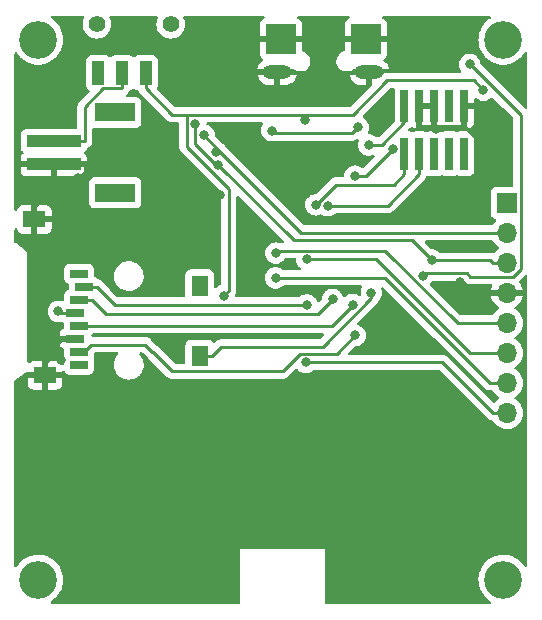
<source format=gbr>
%TF.GenerationSoftware,KiCad,Pcbnew,(6.0.1)*%
%TF.CreationDate,2022-01-27T18:06:15-06:00*%
%TF.ProjectId,dropkick,64726f70-6b69-4636-9b2e-6b696361645f,rev?*%
%TF.SameCoordinates,Original*%
%TF.FileFunction,Copper,L2,Bot*%
%TF.FilePolarity,Positive*%
%FSLAX46Y46*%
G04 Gerber Fmt 4.6, Leading zero omitted, Abs format (unit mm)*
G04 Created by KiCad (PCBNEW (6.0.1)) date 2022-01-27 18:06:15*
%MOMM*%
%LPD*%
G01*
G04 APERTURE LIST*
%TA.AperFunction,ComponentPad*%
%ADD10C,3.200000*%
%TD*%
%TA.AperFunction,ComponentPad*%
%ADD11O,2.400000X1.200000*%
%TD*%
%TA.AperFunction,ComponentPad*%
%ADD12R,2.500000X2.500000*%
%TD*%
%TA.AperFunction,ComponentPad*%
%ADD13R,1.700000X1.700000*%
%TD*%
%TA.AperFunction,ComponentPad*%
%ADD14O,1.700000X1.700000*%
%TD*%
%TA.AperFunction,SMDPad,CuDef*%
%ADD15R,1.500000X0.700000*%
%TD*%
%TA.AperFunction,SMDPad,CuDef*%
%ADD16R,1.400000X1.800000*%
%TD*%
%TA.AperFunction,SMDPad,CuDef*%
%ADD17R,1.900000X1.400000*%
%TD*%
%TA.AperFunction,SMDPad,CuDef*%
%ADD18R,4.600000X1.000000*%
%TD*%
%TA.AperFunction,SMDPad,CuDef*%
%ADD19R,3.400000X1.600000*%
%TD*%
%TA.AperFunction,SMDPad,CuDef*%
%ADD20R,1.092200X2.006600*%
%TD*%
%TA.AperFunction,ComponentPad*%
%ADD21C,1.397000*%
%TD*%
%TA.AperFunction,SMDPad,CuDef*%
%ADD22R,0.650000X2.760000*%
%TD*%
%TA.AperFunction,SMDPad,CuDef*%
%ADD23R,0.650000X2.750000*%
%TD*%
%TA.AperFunction,ViaPad*%
%ADD24C,0.800000*%
%TD*%
%TA.AperFunction,Conductor*%
%ADD25C,0.250000*%
%TD*%
G04 APERTURE END LIST*
D10*
%TO.P,H2,P$1*%
%TO.N,N/C*%
X105410000Y-46990000D03*
%TD*%
%TO.P,H1,P$1*%
%TO.N,N/C*%
X66040000Y-46990000D03*
%TD*%
%TO.P,H4,P$1*%
%TO.N,N/C*%
X105410000Y-92710000D03*
%TD*%
%TO.P,H3,P$1*%
%TO.N,N/C*%
X66040000Y-92710000D03*
%TD*%
D11*
%TO.P,X1,SPRT@1,GND*%
%TO.N,GND*%
X94069600Y-49716600D03*
%TO.P,X1,SPRT@2,GND*%
X86269600Y-49716600D03*
D12*
%TO.P,X1,SPRT@3,GND*%
X93769600Y-46916600D03*
%TO.P,X1,SPRT@4,GND*%
X86569600Y-46916600D03*
%TD*%
D13*
%TO.P,J1,1,Pin_1*%
%TO.N,VBAT*%
X105700000Y-60800000D03*
D14*
%TO.P,J1,2,Pin_2*%
%TO.N,/SCL*%
X105700000Y-63340000D03*
%TO.P,J1,3,Pin_3*%
%TO.N,/SDA*%
X105700000Y-65880000D03*
%TO.P,J1,4,Pin_4*%
%TO.N,GND*%
X105700000Y-68420000D03*
%TO.P,J1,5,Pin_5*%
%TO.N,/AREF*%
X105700000Y-70960000D03*
%TO.P,J1,6,Pin_6*%
%TO.N,/A0*%
X105700000Y-73500000D03*
%TO.P,J1,7,Pin_7*%
%TO.N,/A1*%
X105700000Y-76040000D03*
%TO.P,J1,8,Pin_8*%
%TO.N,/D0*%
X105700000Y-78580000D03*
%TD*%
D15*
%TO.P,X3,1,DAT2*%
%TO.N,unconnected-(X3-Pad1)*%
X69500000Y-66800000D03*
%TO.P,X3,2,CS*%
%TO.N,/SD_CS*%
X69900000Y-67900000D03*
%TO.P,X3,3,DATA_IN*%
%TO.N,/MOSI*%
X69500000Y-69000000D03*
%TO.P,X3,4,SD_VDD*%
%TO.N,+3V3*%
X69100000Y-70100000D03*
%TO.P,X3,5,SCLK*%
%TO.N,/SCK*%
X69500000Y-71200000D03*
%TO.P,X3,6,GND@3*%
%TO.N,GND*%
X69100000Y-72300000D03*
%TO.P,X3,7,DATA_OUT*%
%TO.N,/MISO*%
X69500000Y-73400000D03*
%TO.P,X3,8,DAT1*%
%TO.N,unconnected-(X3-Pad8)*%
X69500000Y-74500000D03*
D16*
%TO.P,X3,CD1,CARD_DETECT*%
%TO.N,/D7*%
X79700000Y-73800000D03*
%TO.P,X3,CD2,CARD_DETECT1*%
%TO.N,unconnected-(X3-PadCD2)*%
X79700000Y-67800000D03*
D17*
%TO.P,X3,MT1,GND@2*%
%TO.N,GND*%
X66600000Y-75400000D03*
%TO.P,X3,MT2,GND@1*%
X65700000Y-62200000D03*
%TD*%
D18*
%TO.P,X2,1,1*%
%TO.N,GND*%
X67350000Y-57550000D03*
%TO.P,X2,2,2*%
%TO.N,Net-(SW1-Pad2)*%
X67350000Y-55550000D03*
D19*
%TO.P,X2,NC1*%
%TO.N,N/C*%
X72550000Y-59950000D03*
%TO.P,X2,NC2*%
X72550000Y-53150000D03*
%TD*%
D20*
%TO.P,SW1,1,1*%
%TO.N,unconnected-(SW1-Pad1)*%
X71120000Y-49784000D03*
%TO.P,SW1,2,2*%
%TO.N,Net-(SW1-Pad2)*%
X73120001Y-49784000D03*
%TO.P,SW1,3,3*%
%TO.N,VBAT*%
X75120002Y-49784000D03*
D21*
%TO.P,SW1,4*%
%TO.N,N/C*%
X70994999Y-45683932D03*
%TO.P,SW1,5*%
X77244999Y-45683932D03*
%TD*%
D22*
%TO.P,JP2,1*%
%TO.N,+3V3*%
X97028000Y-52580000D03*
%TO.P,JP2,2*%
%TO.N,/SWDIO*%
X97028000Y-56640000D03*
%TO.P,JP2,3*%
%TO.N,GND*%
X98298000Y-52580000D03*
D23*
%TO.P,JP2,4*%
%TO.N,/SWCLK*%
X98298000Y-56640000D03*
D22*
%TO.P,JP2,5*%
%TO.N,GND*%
X99568000Y-52580000D03*
%TO.P,JP2,6*%
%TO.N,unconnected-(JP2-Pad6)*%
X99568000Y-56640000D03*
%TO.P,JP2,7*%
%TO.N,unconnected-(JP2-Pad7)*%
X100838000Y-52580000D03*
%TO.P,JP2,8*%
%TO.N,unconnected-(JP2-Pad8)*%
X100838000Y-56640000D03*
%TO.P,JP2,9*%
%TO.N,GND*%
X102108000Y-52580000D03*
%TO.P,JP2,10*%
%TO.N,/{slash}RESET*%
X102108000Y-56640000D03*
%TD*%
D24*
%TO.N,GND*%
X82700000Y-76400000D03*
X80949200Y-49716600D03*
X99688800Y-54567800D03*
X101762100Y-67535200D03*
X80300000Y-84300000D03*
X69391000Y-58654300D03*
X103973100Y-59298100D03*
X81436500Y-60116900D03*
X67933900Y-74075900D03*
X77596700Y-59835500D03*
%TO.N,/AREF*%
X86140900Y-65053700D03*
%TO.N,+3V3*%
X94000000Y-55900000D03*
X67735500Y-69987500D03*
%TO.N,VBUS*%
X93100000Y-54400000D03*
X85812299Y-54687701D03*
%TO.N,VBAT*%
X88591700Y-53808100D03*
X103715200Y-51247000D03*
X81718400Y-68654000D03*
%TO.N,/D13*%
X102561100Y-49086000D03*
X98571600Y-66973700D03*
%TO.N,/SCL*%
X80081500Y-55094200D03*
X81103700Y-56508200D03*
%TO.N,/SDA*%
X79306100Y-54136700D03*
X99326000Y-65638100D03*
X81261100Y-57560800D03*
%TO.N,/D0*%
X88672900Y-74308900D03*
%TO.N,/MISO*%
X92850000Y-72025900D03*
%TO.N,/MOSI*%
X90947600Y-68981200D03*
%TO.N,/SCK*%
X92659800Y-69420100D03*
%TO.N,/A1*%
X86129300Y-67148000D03*
%TO.N,/A0*%
X88786600Y-65578700D03*
%TO.N,/~{RESET}*%
X92850000Y-58532500D03*
X96089500Y-56241800D03*
%TO.N,/SWCLK*%
X90541500Y-61033700D03*
%TO.N,/SWDIO*%
X89539400Y-60962700D03*
%TO.N,/SD_CS*%
X88770600Y-69434700D03*
%TO.N,/D7*%
X94228900Y-68399200D03*
%TD*%
D25*
%TO.N,GND*%
X67350000Y-57550000D02*
X69975300Y-57550000D01*
X69100000Y-72300000D02*
X68024700Y-72300000D01*
X99709200Y-54547400D02*
X99688800Y-54567800D01*
X86869600Y-49716600D02*
X80949200Y-49716600D01*
X81155100Y-59835500D02*
X77596700Y-59835500D01*
X67416400Y-73558400D02*
X67416400Y-72908300D01*
X67416300Y-73558400D02*
X66600000Y-74374700D01*
X99709200Y-54426500D02*
X99568000Y-54285300D01*
X69975300Y-58198000D02*
X69975300Y-57550000D01*
X67416400Y-73558400D02*
X67416300Y-73558400D01*
X66600000Y-75400000D02*
X66600000Y-74374700D01*
X67416400Y-72908300D02*
X68024700Y-72300000D01*
X68220400Y-58654300D02*
X69391000Y-58654300D01*
X103973100Y-56150400D02*
X103973100Y-59298100D01*
X102108000Y-52580000D02*
X102108000Y-54285300D01*
X75959200Y-58198000D02*
X69975300Y-58198000D01*
X99850400Y-54285300D02*
X99709200Y-54426500D01*
X67933900Y-74075900D02*
X67416400Y-73558400D01*
X102108000Y-54285300D02*
X103973100Y-56150400D01*
X69391000Y-58654300D02*
X69519000Y-58654300D01*
X81436500Y-60116900D02*
X81155100Y-59835500D01*
X105700000Y-68420000D02*
X102646900Y-68420000D01*
X102646900Y-68420000D02*
X101762100Y-67535200D01*
X65700000Y-62200000D02*
X65700000Y-61174700D01*
X77596700Y-59835500D02*
X75959200Y-58198000D01*
X98298000Y-54285300D02*
X99568000Y-54285300D01*
X99709200Y-54426500D02*
X99709200Y-54547400D01*
X98298000Y-52580000D02*
X98298000Y-54285300D01*
X65700000Y-61174700D02*
X68220400Y-58654300D01*
X69519000Y-58654300D02*
X69975300Y-58198000D01*
X93469600Y-49716600D02*
X86869600Y-49716600D01*
X102108000Y-54285300D02*
X99850400Y-54285300D01*
X99568000Y-52580000D02*
X99568000Y-54285300D01*
%TO.N,/AREF*%
X86140900Y-65053700D02*
X86350000Y-64844600D01*
X95416800Y-64844600D02*
X101532200Y-70960000D01*
X86350000Y-64844600D02*
X95416800Y-64844600D01*
X101532200Y-70960000D02*
X105700000Y-70960000D01*
%TO.N,+3V3*%
X97028000Y-53972000D02*
X97028000Y-52580000D01*
X69100000Y-70100000D02*
X68024700Y-70100000D01*
X67735500Y-69987500D02*
X67912200Y-69987500D01*
X95100000Y-55900000D02*
X97028000Y-53972000D01*
X67912200Y-69987500D02*
X68024700Y-70100000D01*
X94000000Y-55900000D02*
X95100000Y-55900000D01*
%TO.N,VBUS*%
X92600000Y-54900000D02*
X86024598Y-54900000D01*
X93100000Y-54400000D02*
X92600000Y-54900000D01*
X86024598Y-54900000D02*
X85812299Y-54687701D01*
%TO.N,VBAT*%
X78580800Y-53343600D02*
X78580800Y-56034600D01*
X88591700Y-53808100D02*
X88591700Y-53343600D01*
X75120000Y-49784000D02*
X75120000Y-51112600D01*
X102892500Y-50424300D02*
X103715200Y-51247000D01*
X95595000Y-50424300D02*
X102892500Y-50424300D01*
X78580800Y-56034600D02*
X82161900Y-59615700D01*
X88591700Y-53343600D02*
X78580800Y-53343600D01*
X88591700Y-53343600D02*
X92675700Y-53343600D01*
X82161900Y-59615700D02*
X82161900Y-68210500D01*
X77351000Y-53343600D02*
X75120000Y-51112600D01*
X78580800Y-53343600D02*
X77351000Y-53343600D01*
X82161900Y-68210500D02*
X81718400Y-68654000D01*
X92675700Y-53343600D02*
X95595000Y-50424300D01*
%TO.N,/D13*%
X102613700Y-49086000D02*
X102561100Y-49086000D01*
X102623400Y-67055400D02*
X106211000Y-67055400D01*
X102341800Y-66773800D02*
X102623400Y-67055400D01*
X98571600Y-66973700D02*
X98771500Y-66773800D01*
X106875400Y-53347700D02*
X102613700Y-49086000D01*
X98771500Y-66773800D02*
X102341800Y-66773800D01*
X106875400Y-66391000D02*
X106875400Y-53347700D01*
X106211000Y-67055400D02*
X106875400Y-66391000D01*
%TO.N,/SCL*%
X80081500Y-55094200D02*
X81278900Y-56291600D01*
X88285900Y-63340000D02*
X81278900Y-56333000D01*
X81278900Y-56291600D02*
X81278900Y-56333000D01*
X81278900Y-56333000D02*
X81103700Y-56508200D01*
X105700000Y-63340000D02*
X88285900Y-63340000D01*
%TO.N,/SDA*%
X81075100Y-57560800D02*
X81261100Y-57560800D01*
X104282800Y-65638100D02*
X99326000Y-65638100D01*
X105700000Y-65880000D02*
X104524700Y-65880000D01*
X99326000Y-65638100D02*
X97653800Y-63965900D01*
X79306100Y-55791800D02*
X81075100Y-57560800D01*
X104524700Y-65880000D02*
X104282800Y-65638100D01*
X97653800Y-63965900D02*
X87666200Y-63965900D01*
X87666200Y-63965900D02*
X81261100Y-57560800D01*
X79306100Y-54136700D02*
X79306100Y-55791800D01*
%TO.N,/D0*%
X104524700Y-78580000D02*
X100253600Y-74308900D01*
X100253600Y-74308900D02*
X88672900Y-74308900D01*
X105700000Y-78580000D02*
X104524700Y-78580000D01*
%TO.N,/MISO*%
X70500000Y-72800000D02*
X69900000Y-73400000D01*
X86743500Y-75061800D02*
X77366200Y-75061800D01*
X91292300Y-73583600D02*
X88221700Y-73583600D01*
X88221700Y-73583600D02*
X86743500Y-75061800D01*
X75100000Y-72800000D02*
X70500000Y-72800000D01*
X77366200Y-75061800D02*
X75704400Y-73400000D01*
X75700000Y-73400000D02*
X75100000Y-72800000D01*
X92850000Y-72025900D02*
X91292300Y-73583600D01*
X75704400Y-73400000D02*
X75700000Y-73400000D01*
%TO.N,/MOSI*%
X70575300Y-69000000D02*
X71748600Y-70173300D01*
X69500000Y-69000000D02*
X70575300Y-69000000D01*
X89755500Y-70173300D02*
X90947600Y-68981200D01*
X71748600Y-70173300D02*
X89755500Y-70173300D01*
%TO.N,/SCK*%
X92659800Y-69420100D02*
X90879900Y-71200000D01*
X90879900Y-71200000D02*
X69500000Y-71200000D01*
%TO.N,/A1*%
X104261100Y-76040000D02*
X105700000Y-76040000D01*
X86129300Y-67148000D02*
X95369100Y-67148000D01*
X95369100Y-67148000D02*
X104261100Y-76040000D01*
%TO.N,/A0*%
X94656700Y-65578700D02*
X88786600Y-65578700D01*
X105700000Y-73500000D02*
X102578000Y-73500000D01*
X102578000Y-73500000D02*
X94656700Y-65578700D01*
%TO.N,/~{RESET}*%
X93798800Y-58532500D02*
X92850000Y-58532500D01*
X96089500Y-56241800D02*
X93798800Y-58532500D01*
%TO.N,/SWCLK*%
X95604600Y-61033700D02*
X90541500Y-61033700D01*
X98298000Y-56640000D02*
X98298000Y-58340300D01*
X98298000Y-58340300D02*
X95604600Y-61033700D01*
%TO.N,/SWDIO*%
X97028000Y-58345300D02*
X96115400Y-59257900D01*
X97028000Y-56640000D02*
X97028000Y-58345300D01*
X96115400Y-59257900D02*
X91244200Y-59257900D01*
X91244200Y-59257900D02*
X89539400Y-60962700D01*
%TO.N,/SD_CS*%
X70975300Y-67900000D02*
X72510000Y-69434700D01*
X69900000Y-67900000D02*
X70975300Y-67900000D01*
X72510000Y-69434700D02*
X88770600Y-69434700D01*
%TO.N,/D7*%
X90133400Y-72982500D02*
X81542800Y-72982500D01*
X81542800Y-72982500D02*
X80725300Y-73800000D01*
X79700000Y-73800000D02*
X80725300Y-73800000D01*
X94228900Y-68887000D02*
X90133400Y-72982500D01*
X94228900Y-68399200D02*
X94228900Y-68887000D01*
%TO.N,Net-(SW1-Pad2)*%
X73120000Y-51112600D02*
X71550600Y-51112600D01*
X69975300Y-52687900D02*
X69975300Y-55550000D01*
X71550600Y-51112600D02*
X69975300Y-52687900D01*
X67350000Y-55550000D02*
X69975300Y-55550000D01*
X73120000Y-49784000D02*
X73120000Y-51112600D01*
%TD*%
%TA.AperFunction,Conductor*%
%TO.N,GND*%
G36*
X69872069Y-44978002D02*
G01*
X69918562Y-45031658D01*
X69928666Y-45101932D01*
X69918143Y-45137250D01*
X69864468Y-45252357D01*
X69856457Y-45269537D01*
X69855035Y-45274845D01*
X69855034Y-45274847D01*
X69812305Y-45434313D01*
X69801795Y-45473538D01*
X69783388Y-45683932D01*
X69801795Y-45894326D01*
X69856457Y-46098327D01*
X69858779Y-46103308D01*
X69858780Y-46103309D01*
X69869639Y-46126595D01*
X69945713Y-46289737D01*
X70066851Y-46462741D01*
X70216190Y-46612080D01*
X70220698Y-46615237D01*
X70220701Y-46615239D01*
X70314995Y-46681264D01*
X70389193Y-46733218D01*
X70394175Y-46735541D01*
X70394180Y-46735544D01*
X70575622Y-46820151D01*
X70580604Y-46822474D01*
X70585912Y-46823896D01*
X70585914Y-46823897D01*
X70779290Y-46875712D01*
X70779292Y-46875712D01*
X70784605Y-46877136D01*
X70994999Y-46895543D01*
X71205393Y-46877136D01*
X71210706Y-46875712D01*
X71210708Y-46875712D01*
X71404084Y-46823897D01*
X71404086Y-46823896D01*
X71409394Y-46822474D01*
X71414376Y-46820151D01*
X71595818Y-46735544D01*
X71595823Y-46735541D01*
X71600805Y-46733218D01*
X71675003Y-46681264D01*
X71769297Y-46615239D01*
X71769300Y-46615237D01*
X71773808Y-46612080D01*
X71923147Y-46462741D01*
X72044285Y-46289737D01*
X72120360Y-46126595D01*
X72131218Y-46103309D01*
X72131219Y-46103308D01*
X72133541Y-46098327D01*
X72188203Y-45894326D01*
X72206610Y-45683932D01*
X72188203Y-45473538D01*
X72177693Y-45434313D01*
X72134964Y-45274847D01*
X72134963Y-45274845D01*
X72133541Y-45269537D01*
X72125530Y-45252357D01*
X72071855Y-45137250D01*
X72061194Y-45067058D01*
X72090174Y-45002245D01*
X72149594Y-44963389D01*
X72186050Y-44958000D01*
X76053948Y-44958000D01*
X76122069Y-44978002D01*
X76168562Y-45031658D01*
X76178666Y-45101932D01*
X76168143Y-45137250D01*
X76114468Y-45252357D01*
X76106457Y-45269537D01*
X76105035Y-45274845D01*
X76105034Y-45274847D01*
X76062305Y-45434313D01*
X76051795Y-45473538D01*
X76033388Y-45683932D01*
X76051795Y-45894326D01*
X76106457Y-46098327D01*
X76108779Y-46103308D01*
X76108780Y-46103309D01*
X76119639Y-46126595D01*
X76195713Y-46289737D01*
X76316851Y-46462741D01*
X76466190Y-46612080D01*
X76470698Y-46615237D01*
X76470701Y-46615239D01*
X76564995Y-46681264D01*
X76639193Y-46733218D01*
X76644175Y-46735541D01*
X76644180Y-46735544D01*
X76825622Y-46820151D01*
X76830604Y-46822474D01*
X76835912Y-46823896D01*
X76835914Y-46823897D01*
X77029290Y-46875712D01*
X77029292Y-46875712D01*
X77034605Y-46877136D01*
X77244999Y-46895543D01*
X77455393Y-46877136D01*
X77460706Y-46875712D01*
X77460708Y-46875712D01*
X77654084Y-46823897D01*
X77654086Y-46823896D01*
X77659394Y-46822474D01*
X77664376Y-46820151D01*
X77845818Y-46735544D01*
X77845823Y-46735541D01*
X77850805Y-46733218D01*
X77925003Y-46681264D01*
X78019297Y-46615239D01*
X78019300Y-46615237D01*
X78023808Y-46612080D01*
X78173147Y-46462741D01*
X78294285Y-46289737D01*
X78370360Y-46126595D01*
X78381218Y-46103309D01*
X78381219Y-46103308D01*
X78383541Y-46098327D01*
X78438203Y-45894326D01*
X78456610Y-45683932D01*
X78438203Y-45473538D01*
X78427693Y-45434313D01*
X78384964Y-45274847D01*
X78384963Y-45274845D01*
X78383541Y-45269537D01*
X78375530Y-45252357D01*
X78321855Y-45137250D01*
X78311194Y-45067058D01*
X78340174Y-45002245D01*
X78399594Y-44963389D01*
X78436050Y-44958000D01*
X85067442Y-44958000D01*
X85135563Y-44978002D01*
X85182056Y-45031658D01*
X85192160Y-45101932D01*
X85162666Y-45166512D01*
X85111672Y-45201982D01*
X85081546Y-45213276D01*
X85065951Y-45221814D01*
X84963876Y-45298315D01*
X84951315Y-45310876D01*
X84874814Y-45412951D01*
X84866276Y-45428546D01*
X84821122Y-45548994D01*
X84817495Y-45564249D01*
X84811969Y-45615114D01*
X84811600Y-45621928D01*
X84811600Y-46644485D01*
X84816075Y-46659724D01*
X84817465Y-46660929D01*
X84825148Y-46662600D01*
X88309484Y-46662600D01*
X88324723Y-46658125D01*
X88325928Y-46656735D01*
X88327599Y-46649052D01*
X88327599Y-45621931D01*
X88327229Y-45615110D01*
X88321705Y-45564248D01*
X88318079Y-45548996D01*
X88272924Y-45428546D01*
X88264386Y-45412951D01*
X88187885Y-45310876D01*
X88175324Y-45298315D01*
X88073249Y-45221814D01*
X88057654Y-45213276D01*
X88027528Y-45201982D01*
X87970763Y-45159340D01*
X87946064Y-45092778D01*
X87961272Y-45023429D01*
X88011558Y-44973311D01*
X88071758Y-44958000D01*
X92267442Y-44958000D01*
X92335563Y-44978002D01*
X92382056Y-45031658D01*
X92392160Y-45101932D01*
X92362666Y-45166512D01*
X92311672Y-45201982D01*
X92281546Y-45213276D01*
X92265951Y-45221814D01*
X92163876Y-45298315D01*
X92151315Y-45310876D01*
X92074814Y-45412951D01*
X92066276Y-45428546D01*
X92021122Y-45548994D01*
X92017495Y-45564249D01*
X92011969Y-45615114D01*
X92011600Y-45621928D01*
X92011600Y-46644485D01*
X92016075Y-46659724D01*
X92017465Y-46660929D01*
X92025148Y-46662600D01*
X95509484Y-46662600D01*
X95524723Y-46658125D01*
X95525928Y-46656735D01*
X95527599Y-46649052D01*
X95527599Y-45621931D01*
X95527229Y-45615110D01*
X95521705Y-45564248D01*
X95518079Y-45548996D01*
X95472924Y-45428546D01*
X95464386Y-45412951D01*
X95387885Y-45310876D01*
X95375324Y-45298315D01*
X95273249Y-45221814D01*
X95257654Y-45213276D01*
X95227528Y-45201982D01*
X95170763Y-45159340D01*
X95146064Y-45092778D01*
X95161272Y-45023429D01*
X95211558Y-44973311D01*
X95271758Y-44958000D01*
X104243471Y-44958000D01*
X104311592Y-44978002D01*
X104358085Y-45031658D01*
X104368189Y-45101932D01*
X104338695Y-45166512D01*
X104308177Y-45192116D01*
X104207521Y-45252357D01*
X104207517Y-45252360D01*
X104203839Y-45254561D01*
X103979472Y-45434313D01*
X103781577Y-45642851D01*
X103613814Y-45876317D01*
X103611805Y-45880112D01*
X103611804Y-45880113D01*
X103589972Y-45921346D01*
X103479288Y-46130392D01*
X103380489Y-46400373D01*
X103319245Y-46681264D01*
X103318909Y-46685534D01*
X103308315Y-46820151D01*
X103296689Y-46967869D01*
X103313238Y-47254883D01*
X103314063Y-47259088D01*
X103314064Y-47259096D01*
X103346010Y-47421921D01*
X103368586Y-47536995D01*
X103369973Y-47541045D01*
X103369974Y-47541050D01*
X103460321Y-47804930D01*
X103461710Y-47808986D01*
X103590885Y-48065822D01*
X103753721Y-48302750D01*
X103756608Y-48305923D01*
X103756609Y-48305924D01*
X103858148Y-48417514D01*
X103947206Y-48515388D01*
X103950501Y-48518143D01*
X103950502Y-48518144D01*
X104150475Y-48685346D01*
X104167759Y-48699798D01*
X104411298Y-48852571D01*
X104673318Y-48970877D01*
X104677437Y-48972097D01*
X104944857Y-49051311D01*
X104944862Y-49051312D01*
X104948970Y-49052529D01*
X104953204Y-49053177D01*
X104953209Y-49053178D01*
X105201811Y-49091219D01*
X105233153Y-49096015D01*
X105379485Y-49098314D01*
X105516317Y-49100464D01*
X105516323Y-49100464D01*
X105520608Y-49100531D01*
X105524860Y-49100016D01*
X105524868Y-49100016D01*
X105801756Y-49066508D01*
X105801761Y-49066507D01*
X105806017Y-49065992D01*
X105996091Y-49016127D01*
X106079954Y-48994126D01*
X106079955Y-48994126D01*
X106084097Y-48993039D01*
X106349704Y-48883021D01*
X106597922Y-48737974D01*
X106824159Y-48560582D01*
X106829788Y-48554774D01*
X107021244Y-48357206D01*
X107024227Y-48354128D01*
X107026760Y-48350680D01*
X107026764Y-48350675D01*
X107176054Y-48147440D01*
X107194425Y-48122431D01*
X107205269Y-48102459D01*
X107255352Y-48052137D01*
X107324690Y-48036881D01*
X107391269Y-48061534D01*
X107433951Y-48118268D01*
X107442000Y-48162581D01*
X107442000Y-52714206D01*
X107421998Y-52782327D01*
X107368342Y-52828820D01*
X107298068Y-52838924D01*
X107233488Y-52809430D01*
X107226905Y-52803301D01*
X103502044Y-49078439D01*
X103468018Y-49016127D01*
X103465829Y-49002514D01*
X103464948Y-48994126D01*
X103454642Y-48896072D01*
X103395627Y-48714444D01*
X103371097Y-48671956D01*
X103328079Y-48597448D01*
X103300140Y-48549056D01*
X103287381Y-48534885D01*
X103176775Y-48412045D01*
X103176774Y-48412044D01*
X103172353Y-48407134D01*
X103033050Y-48305924D01*
X103023194Y-48298763D01*
X103023193Y-48298762D01*
X103017852Y-48294882D01*
X103011824Y-48292198D01*
X103011822Y-48292197D01*
X102849419Y-48219891D01*
X102849418Y-48219891D01*
X102843388Y-48217206D01*
X102745725Y-48196447D01*
X102663044Y-48178872D01*
X102663039Y-48178872D01*
X102656587Y-48177500D01*
X102465613Y-48177500D01*
X102459161Y-48178872D01*
X102459156Y-48178872D01*
X102376475Y-48196447D01*
X102278812Y-48217206D01*
X102272782Y-48219891D01*
X102272781Y-48219891D01*
X102110378Y-48292197D01*
X102110376Y-48292198D01*
X102104348Y-48294882D01*
X102099007Y-48298762D01*
X102099006Y-48298763D01*
X102089150Y-48305924D01*
X101949847Y-48407134D01*
X101945426Y-48412044D01*
X101945425Y-48412045D01*
X101834820Y-48534885D01*
X101822060Y-48549056D01*
X101794121Y-48597448D01*
X101751104Y-48671956D01*
X101726573Y-48714444D01*
X101667558Y-48896072D01*
X101666868Y-48902633D01*
X101666868Y-48902635D01*
X101658193Y-48985175D01*
X101647596Y-49086000D01*
X101648286Y-49092565D01*
X101665772Y-49258931D01*
X101667558Y-49275928D01*
X101726573Y-49457556D01*
X101729876Y-49463278D01*
X101729877Y-49463279D01*
X101809852Y-49601800D01*
X101826590Y-49670796D01*
X101803369Y-49737887D01*
X101747562Y-49781774D01*
X101700733Y-49790800D01*
X95673768Y-49790800D01*
X95662585Y-49790273D01*
X95655092Y-49788598D01*
X95647166Y-49788847D01*
X95647165Y-49788847D01*
X95587002Y-49790738D01*
X95583044Y-49790800D01*
X95555144Y-49790800D01*
X95551154Y-49791304D01*
X95539320Y-49792236D01*
X95495111Y-49793626D01*
X95487495Y-49795839D01*
X95487493Y-49795839D01*
X95475652Y-49799279D01*
X95456293Y-49803288D01*
X95454983Y-49803454D01*
X95436203Y-49805826D01*
X95428837Y-49808742D01*
X95428831Y-49808744D01*
X95395098Y-49822100D01*
X95383868Y-49825945D01*
X95349017Y-49836070D01*
X95341407Y-49838281D01*
X95334584Y-49842316D01*
X95323966Y-49848595D01*
X95306213Y-49857292D01*
X95298568Y-49860319D01*
X95287383Y-49864748D01*
X95280968Y-49869409D01*
X95251612Y-49890737D01*
X95241695Y-49897251D01*
X95203638Y-49919758D01*
X95189701Y-49933695D01*
X95127389Y-49967721D01*
X95100606Y-49970600D01*
X94341715Y-49970600D01*
X94326476Y-49975075D01*
X94325271Y-49976465D01*
X94323600Y-49984148D01*
X94323600Y-50747606D01*
X94303598Y-50815727D01*
X94286696Y-50836699D01*
X92450200Y-52673195D01*
X92387888Y-52707221D01*
X92361105Y-52710100D01*
X88663493Y-52710100D01*
X88639884Y-52707868D01*
X88639581Y-52707810D01*
X88639577Y-52707810D01*
X88631794Y-52706325D01*
X88575749Y-52709851D01*
X88567838Y-52710100D01*
X78652593Y-52710100D01*
X78628984Y-52707868D01*
X78628681Y-52707810D01*
X78628677Y-52707810D01*
X78620894Y-52706325D01*
X78564849Y-52709851D01*
X78556938Y-52710100D01*
X77665595Y-52710100D01*
X77597474Y-52690098D01*
X77576500Y-52673195D01*
X76117105Y-51213800D01*
X76083079Y-51151488D01*
X76088144Y-51080673D01*
X76105374Y-51049140D01*
X76111331Y-51041192D01*
X76111332Y-51041190D01*
X76116717Y-51034005D01*
X76167847Y-50897616D01*
X76174602Y-50835434D01*
X76174602Y-49983999D01*
X84594312Y-49983999D01*
X84615794Y-50073137D01*
X84619683Y-50084432D01*
X84702229Y-50265982D01*
X84708176Y-50276324D01*
X84823568Y-50438997D01*
X84831361Y-50448025D01*
X84975431Y-50585942D01*
X84984796Y-50593338D01*
X85152341Y-50701521D01*
X85162945Y-50707017D01*
X85347912Y-50781561D01*
X85359370Y-50784955D01*
X85556528Y-50823457D01*
X85565391Y-50824534D01*
X85568100Y-50824600D01*
X85997485Y-50824600D01*
X86012724Y-50820125D01*
X86013929Y-50818735D01*
X86015600Y-50811052D01*
X86015600Y-50806485D01*
X86523600Y-50806485D01*
X86528075Y-50821724D01*
X86529465Y-50822929D01*
X86537148Y-50824600D01*
X86919432Y-50824600D01*
X86925408Y-50824315D01*
X87074094Y-50810129D01*
X87085828Y-50807870D01*
X87277199Y-50751728D01*
X87288275Y-50747298D01*
X87465578Y-50655981D01*
X87475624Y-50649531D01*
X87632457Y-50526338D01*
X87641106Y-50518101D01*
X87771812Y-50367477D01*
X87778747Y-50357753D01*
X87878610Y-50185133D01*
X87883584Y-50174269D01*
X87949007Y-49985873D01*
X87949248Y-49984884D01*
X87949122Y-49983999D01*
X92394312Y-49983999D01*
X92415794Y-50073137D01*
X92419683Y-50084432D01*
X92502229Y-50265982D01*
X92508176Y-50276324D01*
X92623568Y-50438997D01*
X92631361Y-50448025D01*
X92775431Y-50585942D01*
X92784796Y-50593338D01*
X92952341Y-50701521D01*
X92962945Y-50707017D01*
X93147912Y-50781561D01*
X93159370Y-50784955D01*
X93356528Y-50823457D01*
X93365391Y-50824534D01*
X93368100Y-50824600D01*
X93797485Y-50824600D01*
X93812724Y-50820125D01*
X93813929Y-50818735D01*
X93815600Y-50811052D01*
X93815600Y-49988715D01*
X93811125Y-49973476D01*
X93809735Y-49972271D01*
X93802052Y-49970600D01*
X92409198Y-49970600D01*
X92395667Y-49974573D01*
X92394312Y-49983999D01*
X87949122Y-49983999D01*
X87947780Y-49974592D01*
X87934215Y-49970600D01*
X86541715Y-49970600D01*
X86526476Y-49975075D01*
X86525271Y-49976465D01*
X86523600Y-49984148D01*
X86523600Y-50806485D01*
X86015600Y-50806485D01*
X86015600Y-49988715D01*
X86011125Y-49973476D01*
X86009735Y-49972271D01*
X86002052Y-49970600D01*
X84609198Y-49970600D01*
X84595667Y-49974573D01*
X84594312Y-49983999D01*
X76174602Y-49983999D01*
X76174602Y-49448316D01*
X84589952Y-49448316D01*
X84591420Y-49458608D01*
X84604985Y-49462600D01*
X87608410Y-49462600D01*
X87676531Y-49482602D01*
X87684939Y-49488504D01*
X87766831Y-49551116D01*
X87766835Y-49551119D01*
X87772252Y-49555260D01*
X87941304Y-49634090D01*
X88123340Y-49674780D01*
X88129063Y-49675100D01*
X88266196Y-49675100D01*
X88405037Y-49660017D01*
X88581823Y-49600522D01*
X88741709Y-49504453D01*
X88877236Y-49376292D01*
X88895941Y-49348768D01*
X88978246Y-49227660D01*
X88978247Y-49227658D01*
X88982080Y-49222018D01*
X89014671Y-49140537D01*
X89048815Y-49055170D01*
X89048816Y-49055168D01*
X89051351Y-49048829D01*
X89078529Y-48884663D01*
X89080701Y-48871542D01*
X89080701Y-48871539D01*
X89081816Y-48864805D01*
X89081268Y-48854338D01*
X89076763Y-48768395D01*
X91257384Y-48768395D01*
X91257741Y-48775211D01*
X91257741Y-48775215D01*
X91262437Y-48864805D01*
X91267147Y-48954667D01*
X91316680Y-49134498D01*
X91403675Y-49299498D01*
X91408080Y-49304711D01*
X91408083Y-49304715D01*
X91519664Y-49436753D01*
X91519668Y-49436757D01*
X91524071Y-49441967D01*
X91529495Y-49446114D01*
X91529496Y-49446115D01*
X91666831Y-49551116D01*
X91666835Y-49551119D01*
X91672252Y-49555260D01*
X91841304Y-49634090D01*
X92023340Y-49674780D01*
X92029063Y-49675100D01*
X92166196Y-49675100D01*
X92305037Y-49660017D01*
X92481823Y-49600522D01*
X92641709Y-49504453D01*
X92649536Y-49497052D01*
X92651685Y-49495955D01*
X92652101Y-49495639D01*
X92652158Y-49495714D01*
X92712770Y-49464780D01*
X92736108Y-49462600D01*
X95730002Y-49462600D01*
X95743533Y-49458627D01*
X95744888Y-49449201D01*
X95723406Y-49360063D01*
X95719517Y-49348768D01*
X95636971Y-49167218D01*
X95631024Y-49156876D01*
X95515632Y-48994203D01*
X95507839Y-48985175D01*
X95363769Y-48847258D01*
X95354397Y-48839856D01*
X95299061Y-48804126D01*
X95252683Y-48750371D01*
X95242730Y-48680076D01*
X95272362Y-48615558D01*
X95291845Y-48597448D01*
X95375325Y-48534884D01*
X95387885Y-48522324D01*
X95464386Y-48420249D01*
X95472924Y-48404654D01*
X95518078Y-48284206D01*
X95521705Y-48268951D01*
X95527231Y-48218086D01*
X95527600Y-48211272D01*
X95527600Y-47188715D01*
X95523125Y-47173476D01*
X95521735Y-47172271D01*
X95514052Y-47170600D01*
X92029716Y-47170600D01*
X92014477Y-47175075D01*
X92013272Y-47176465D01*
X92011601Y-47184148D01*
X92011601Y-47856582D01*
X91991599Y-47924703D01*
X91937943Y-47971196D01*
X91925793Y-47976000D01*
X91757377Y-48032678D01*
X91597491Y-48128747D01*
X91461964Y-48256908D01*
X91458129Y-48262551D01*
X91395894Y-48354128D01*
X91357120Y-48411182D01*
X91354588Y-48417511D01*
X91354587Y-48417514D01*
X91290385Y-48578030D01*
X91287849Y-48584371D01*
X91282686Y-48615558D01*
X91266316Y-48714444D01*
X91257384Y-48768395D01*
X89076763Y-48768395D01*
X89073168Y-48699798D01*
X89072053Y-48678533D01*
X89022520Y-48498702D01*
X88935525Y-48333702D01*
X88931120Y-48328489D01*
X88931117Y-48328485D01*
X88819536Y-48196447D01*
X88819532Y-48196443D01*
X88815129Y-48191233D01*
X88809704Y-48187085D01*
X88672369Y-48082084D01*
X88672365Y-48082081D01*
X88666948Y-48077940D01*
X88497896Y-47999110D01*
X88426110Y-47983064D01*
X88363997Y-47948685D01*
X88330329Y-47886180D01*
X88327600Y-47860100D01*
X88327600Y-47188715D01*
X88323125Y-47173476D01*
X88321735Y-47172271D01*
X88314052Y-47170600D01*
X84829716Y-47170600D01*
X84814477Y-47175075D01*
X84813272Y-47176465D01*
X84811601Y-47184148D01*
X84811601Y-48211269D01*
X84811971Y-48218090D01*
X84817495Y-48268952D01*
X84821121Y-48284204D01*
X84866276Y-48404654D01*
X84874814Y-48420249D01*
X84951315Y-48522324D01*
X84963876Y-48534885D01*
X85045575Y-48596115D01*
X85088090Y-48652974D01*
X85093116Y-48723793D01*
X85059056Y-48786086D01*
X85047843Y-48796027D01*
X84906743Y-48906862D01*
X84898094Y-48915099D01*
X84767388Y-49065723D01*
X84760453Y-49075447D01*
X84660590Y-49248067D01*
X84655616Y-49258931D01*
X84590193Y-49447327D01*
X84589952Y-49448316D01*
X76174602Y-49448316D01*
X76174602Y-48732566D01*
X76167847Y-48670384D01*
X76116717Y-48533995D01*
X76029363Y-48417439D01*
X75912807Y-48330085D01*
X75776418Y-48278955D01*
X75714236Y-48272200D01*
X74525768Y-48272200D01*
X74463586Y-48278955D01*
X74327197Y-48330085D01*
X74299724Y-48350675D01*
X74217823Y-48412056D01*
X74217821Y-48412058D01*
X74210641Y-48417439D01*
X74207470Y-48421670D01*
X74146789Y-48454808D01*
X74075973Y-48449745D01*
X74032761Y-48421975D01*
X74029362Y-48417439D01*
X73912806Y-48330085D01*
X73776417Y-48278955D01*
X73714235Y-48272200D01*
X72525767Y-48272200D01*
X72463585Y-48278955D01*
X72327196Y-48330085D01*
X72299723Y-48350675D01*
X72217822Y-48412056D01*
X72217820Y-48412058D01*
X72210640Y-48417439D01*
X72207469Y-48421670D01*
X72146788Y-48454808D01*
X72075972Y-48449745D01*
X72032760Y-48421975D01*
X72029361Y-48417439D01*
X71912805Y-48330085D01*
X71776416Y-48278955D01*
X71714234Y-48272200D01*
X70525766Y-48272200D01*
X70463584Y-48278955D01*
X70327195Y-48330085D01*
X70210639Y-48417439D01*
X70123285Y-48533995D01*
X70072155Y-48670384D01*
X70065400Y-48732566D01*
X70065400Y-50835434D01*
X70072155Y-50897616D01*
X70123285Y-51034005D01*
X70210639Y-51150561D01*
X70217818Y-51155941D01*
X70217820Y-51155943D01*
X70326471Y-51237373D01*
X70368986Y-51294233D01*
X70374011Y-51365051D01*
X70340001Y-51427294D01*
X69583047Y-52184248D01*
X69574761Y-52191788D01*
X69568282Y-52195900D01*
X69562857Y-52201677D01*
X69521657Y-52245551D01*
X69518902Y-52248393D01*
X69499165Y-52268130D01*
X69496685Y-52271327D01*
X69488982Y-52280347D01*
X69458714Y-52312579D01*
X69454895Y-52319525D01*
X69454893Y-52319528D01*
X69448952Y-52330334D01*
X69438101Y-52346853D01*
X69425686Y-52362859D01*
X69422541Y-52370128D01*
X69422538Y-52370132D01*
X69408126Y-52403437D01*
X69402909Y-52414087D01*
X69381605Y-52452840D01*
X69379634Y-52460515D01*
X69379634Y-52460516D01*
X69376567Y-52472462D01*
X69370163Y-52491166D01*
X69362119Y-52509755D01*
X69360880Y-52517578D01*
X69360877Y-52517588D01*
X69355201Y-52553424D01*
X69352795Y-52565044D01*
X69341800Y-52607870D01*
X69341800Y-52628124D01*
X69340249Y-52647834D01*
X69337080Y-52667843D01*
X69341075Y-52710100D01*
X69341241Y-52711861D01*
X69341800Y-52723719D01*
X69341800Y-54415500D01*
X69321798Y-54483621D01*
X69268142Y-54530114D01*
X69215800Y-54541500D01*
X65001866Y-54541500D01*
X64939684Y-54548255D01*
X64803295Y-54599385D01*
X64686739Y-54686739D01*
X64599385Y-54803295D01*
X64548255Y-54939684D01*
X64541500Y-55001866D01*
X64541500Y-56098134D01*
X64548255Y-56160316D01*
X64599385Y-56296705D01*
X64686739Y-56413261D01*
X64693919Y-56418642D01*
X64735074Y-56449486D01*
X64777589Y-56506345D01*
X64782615Y-56577164D01*
X64748555Y-56639457D01*
X64735075Y-56651138D01*
X64694274Y-56681717D01*
X64681715Y-56694276D01*
X64605214Y-56796351D01*
X64596676Y-56811946D01*
X64551522Y-56932394D01*
X64547895Y-56947649D01*
X64542369Y-56998514D01*
X64542000Y-57005328D01*
X64542000Y-57277885D01*
X64546475Y-57293124D01*
X64547865Y-57294329D01*
X64555548Y-57296000D01*
X70139884Y-57296000D01*
X70155123Y-57291525D01*
X70156328Y-57290135D01*
X70157999Y-57282452D01*
X70157999Y-57005331D01*
X70157629Y-56998510D01*
X70152105Y-56947648D01*
X70148479Y-56932396D01*
X70103324Y-56811946D01*
X70094786Y-56796351D01*
X70018285Y-56694276D01*
X70005726Y-56681717D01*
X69964925Y-56651138D01*
X69922411Y-56594278D01*
X69917386Y-56523460D01*
X69951446Y-56461166D01*
X69964926Y-56449486D01*
X70006081Y-56418642D01*
X70013261Y-56413261D01*
X70100615Y-56296705D01*
X70131095Y-56215399D01*
X70173737Y-56158636D01*
X70210141Y-56139797D01*
X70226477Y-56134489D01*
X70247175Y-56127764D01*
X70253872Y-56123514D01*
X70254131Y-56123350D01*
X70275258Y-56112585D01*
X70275546Y-56112471D01*
X70275551Y-56112468D01*
X70282917Y-56109552D01*
X70289325Y-56104896D01*
X70289331Y-56104893D01*
X70328352Y-56076542D01*
X70334889Y-56072099D01*
X70382318Y-56042000D01*
X70387959Y-56035993D01*
X70405746Y-56020312D01*
X70405991Y-56020134D01*
X70405993Y-56020132D01*
X70412407Y-56015472D01*
X70417462Y-56009362D01*
X70448203Y-55972204D01*
X70453434Y-55966270D01*
X70486458Y-55931102D01*
X70486460Y-55931099D01*
X70491886Y-55925321D01*
X70495858Y-55918097D01*
X70509181Y-55898494D01*
X70509380Y-55898254D01*
X70509384Y-55898247D01*
X70514433Y-55892144D01*
X70538347Y-55841324D01*
X70541929Y-55834292D01*
X70568995Y-55785060D01*
X70570965Y-55777385D01*
X70570968Y-55777379D01*
X70571044Y-55777081D01*
X70579076Y-55754772D01*
X70579206Y-55754497D01*
X70579209Y-55754489D01*
X70582583Y-55747318D01*
X70593106Y-55692151D01*
X70594832Y-55684429D01*
X70606829Y-55637707D01*
X70606829Y-55637706D01*
X70608800Y-55630030D01*
X70608800Y-55621793D01*
X70611032Y-55598184D01*
X70611090Y-55597881D01*
X70611090Y-55597877D01*
X70612575Y-55590094D01*
X70609049Y-55534049D01*
X70608800Y-55526138D01*
X70608800Y-54577956D01*
X70628802Y-54509835D01*
X70682458Y-54463342D01*
X70748407Y-54452693D01*
X70798467Y-54458131D01*
X70798471Y-54458131D01*
X70801866Y-54458500D01*
X74298134Y-54458500D01*
X74360316Y-54451745D01*
X74496705Y-54400615D01*
X74613261Y-54313261D01*
X74700615Y-54196705D01*
X74751745Y-54060316D01*
X74758500Y-53998134D01*
X74758500Y-52301866D01*
X74751745Y-52239684D01*
X74700615Y-52103295D01*
X74613261Y-51986739D01*
X74496705Y-51899385D01*
X74360316Y-51848255D01*
X74298134Y-51841500D01*
X73587418Y-51841500D01*
X73519297Y-51821498D01*
X73472804Y-51767842D01*
X73462700Y-51697568D01*
X73492194Y-51632988D01*
X73514271Y-51613967D01*
X73514216Y-51613901D01*
X73517527Y-51611162D01*
X73519901Y-51609116D01*
X73527018Y-51604600D01*
X73532659Y-51598593D01*
X73550446Y-51582912D01*
X73550691Y-51582734D01*
X73550693Y-51582732D01*
X73557107Y-51578072D01*
X73562162Y-51571962D01*
X73592903Y-51534804D01*
X73598134Y-51528870D01*
X73631158Y-51493702D01*
X73631160Y-51493699D01*
X73636586Y-51487921D01*
X73640558Y-51480697D01*
X73653881Y-51461094D01*
X73654080Y-51460854D01*
X73654084Y-51460847D01*
X73659133Y-51454744D01*
X73683047Y-51403924D01*
X73686629Y-51396892D01*
X73713695Y-51347660D01*
X73715965Y-51348909D01*
X73751861Y-51302909D01*
X73781104Y-51287288D01*
X73904396Y-51241068D01*
X73904397Y-51241067D01*
X73912806Y-51237915D01*
X74029362Y-51150561D01*
X74032534Y-51146328D01*
X74093223Y-51113192D01*
X74164038Y-51118259D01*
X74207242Y-51146026D01*
X74210641Y-51150561D01*
X74327197Y-51237915D01*
X74335606Y-51241067D01*
X74335607Y-51241068D01*
X74458915Y-51287294D01*
X74515680Y-51329935D01*
X74530323Y-51355236D01*
X74531771Y-51358582D01*
X74533982Y-51366193D01*
X74538015Y-51373012D01*
X74538017Y-51373017D01*
X74544293Y-51383628D01*
X74552988Y-51401376D01*
X74560448Y-51420217D01*
X74565110Y-51426633D01*
X74565110Y-51426634D01*
X74586436Y-51455987D01*
X74592952Y-51465907D01*
X74595531Y-51470267D01*
X74615458Y-51503962D01*
X74629779Y-51518283D01*
X74642619Y-51533316D01*
X74654528Y-51549707D01*
X74660634Y-51554758D01*
X74688605Y-51577898D01*
X74697384Y-51585888D01*
X76847343Y-53735847D01*
X76854887Y-53744137D01*
X76859000Y-53750618D01*
X76864777Y-53756043D01*
X76908667Y-53797258D01*
X76911509Y-53800013D01*
X76931230Y-53819734D01*
X76934425Y-53822212D01*
X76943447Y-53829918D01*
X76975679Y-53860186D01*
X76982628Y-53864006D01*
X76993432Y-53869946D01*
X77009956Y-53880799D01*
X77025959Y-53893213D01*
X77066543Y-53910776D01*
X77077173Y-53915983D01*
X77115940Y-53937295D01*
X77123617Y-53939266D01*
X77123622Y-53939268D01*
X77135558Y-53942332D01*
X77154266Y-53948737D01*
X77172855Y-53956781D01*
X77180680Y-53958020D01*
X77180682Y-53958021D01*
X77216519Y-53963697D01*
X77228140Y-53966104D01*
X77263289Y-53975128D01*
X77270970Y-53977100D01*
X77291231Y-53977100D01*
X77310940Y-53978651D01*
X77330943Y-53981819D01*
X77338835Y-53981073D01*
X77344062Y-53980579D01*
X77374954Y-53977659D01*
X77386811Y-53977100D01*
X77821300Y-53977100D01*
X77889421Y-53997102D01*
X77935914Y-54050758D01*
X77947300Y-54103100D01*
X77947300Y-55955833D01*
X77946773Y-55967016D01*
X77945098Y-55974509D01*
X77945347Y-55982435D01*
X77945347Y-55982436D01*
X77947238Y-56042586D01*
X77947300Y-56046545D01*
X77947300Y-56074456D01*
X77947797Y-56078390D01*
X77947797Y-56078391D01*
X77947805Y-56078456D01*
X77948738Y-56090293D01*
X77950127Y-56134489D01*
X77955348Y-56152460D01*
X77955778Y-56153939D01*
X77959787Y-56173300D01*
X77962326Y-56193397D01*
X77965245Y-56200768D01*
X77965245Y-56200770D01*
X77978604Y-56234512D01*
X77982449Y-56245742D01*
X77991611Y-56277279D01*
X77994782Y-56288193D01*
X77998815Y-56295012D01*
X77998817Y-56295017D01*
X78005093Y-56305628D01*
X78013788Y-56323376D01*
X78021248Y-56342217D01*
X78025910Y-56348633D01*
X78025910Y-56348634D01*
X78047236Y-56377987D01*
X78053752Y-56387907D01*
X78071929Y-56418642D01*
X78076258Y-56425962D01*
X78090579Y-56440283D01*
X78103419Y-56455316D01*
X78115328Y-56471707D01*
X78121434Y-56476758D01*
X78149405Y-56499898D01*
X78158184Y-56507888D01*
X81491495Y-59841199D01*
X81525521Y-59903511D01*
X81528400Y-59930294D01*
X81528400Y-67664401D01*
X81508398Y-67732522D01*
X81454742Y-67779015D01*
X81442117Y-67783930D01*
X81436112Y-67785206D01*
X81430085Y-67787889D01*
X81430086Y-67787889D01*
X81267678Y-67860197D01*
X81267676Y-67860198D01*
X81261648Y-67862882D01*
X81256307Y-67866762D01*
X81256306Y-67866763D01*
X81248863Y-67872171D01*
X81113526Y-67970500D01*
X81108561Y-67974107D01*
X81041694Y-67997965D01*
X80972542Y-67981885D01*
X80923062Y-67930971D01*
X80908500Y-67872171D01*
X80908500Y-66851866D01*
X80901745Y-66789684D01*
X80850615Y-66653295D01*
X80763261Y-66536739D01*
X80646705Y-66449385D01*
X80510316Y-66398255D01*
X80448134Y-66391500D01*
X78951866Y-66391500D01*
X78889684Y-66398255D01*
X78753295Y-66449385D01*
X78636739Y-66536739D01*
X78549385Y-66653295D01*
X78498255Y-66789684D01*
X78491500Y-66851866D01*
X78491500Y-68675200D01*
X78471498Y-68743321D01*
X78417842Y-68789814D01*
X78365500Y-68801200D01*
X72824594Y-68801200D01*
X72756473Y-68781198D01*
X72735499Y-68764295D01*
X72119460Y-68148255D01*
X71478952Y-67507747D01*
X71471412Y-67499461D01*
X71467300Y-67492982D01*
X71456052Y-67482419D01*
X71417649Y-67446357D01*
X71414807Y-67443602D01*
X71395070Y-67423865D01*
X71391873Y-67421385D01*
X71382851Y-67413680D01*
X71350621Y-67383414D01*
X71343675Y-67379595D01*
X71343672Y-67379593D01*
X71332866Y-67373652D01*
X71316347Y-67362801D01*
X71315883Y-67362441D01*
X71300341Y-67350386D01*
X71293072Y-67347241D01*
X71293068Y-67347238D01*
X71259763Y-67332826D01*
X71249113Y-67327609D01*
X71210360Y-67306305D01*
X71190737Y-67301267D01*
X71172034Y-67294863D01*
X71160720Y-67289967D01*
X71160719Y-67289967D01*
X71153445Y-67286819D01*
X71145622Y-67285580D01*
X71145612Y-67285577D01*
X71129954Y-67283097D01*
X71065801Y-67252683D01*
X71048842Y-67234215D01*
X71013261Y-67186739D01*
X70896705Y-67099385D01*
X70886092Y-67095406D01*
X70840270Y-67078228D01*
X70788968Y-67039690D01*
X72437037Y-67039690D01*
X72464025Y-67262715D01*
X72530082Y-67477435D01*
X72532652Y-67482415D01*
X72532654Y-67482419D01*
X72622555Y-67656599D01*
X72633118Y-67677064D01*
X72636531Y-67681511D01*
X72636531Y-67681512D01*
X72640031Y-67686073D01*
X72769877Y-67855292D01*
X72936036Y-68006485D01*
X72940783Y-68009463D01*
X72940786Y-68009465D01*
X73069229Y-68090036D01*
X73126344Y-68125864D01*
X73334783Y-68209656D01*
X73554767Y-68255213D01*
X73559378Y-68255479D01*
X73559379Y-68255479D01*
X73609952Y-68258395D01*
X73609956Y-68258395D01*
X73611775Y-68258500D01*
X73756999Y-68258500D01*
X73759786Y-68258251D01*
X73759792Y-68258251D01*
X73829929Y-68251991D01*
X73923762Y-68243617D01*
X73929176Y-68242136D01*
X73929181Y-68242135D01*
X74085445Y-68199385D01*
X74140451Y-68184337D01*
X74145509Y-68181925D01*
X74145513Y-68181923D01*
X74263042Y-68125864D01*
X74343218Y-68087622D01*
X74525654Y-67956529D01*
X74611493Y-67867950D01*
X74678089Y-67799229D01*
X74678091Y-67799226D01*
X74681992Y-67795201D01*
X74807290Y-67608738D01*
X74897588Y-67403033D01*
X74899108Y-67396705D01*
X74948722Y-67190046D01*
X74948722Y-67190045D01*
X74950032Y-67184589D01*
X74956164Y-67078228D01*
X74962640Y-66965917D01*
X74962640Y-66965914D01*
X74962963Y-66960310D01*
X74935975Y-66737285D01*
X74869918Y-66522565D01*
X74865756Y-66514500D01*
X74769454Y-66327919D01*
X74769454Y-66327918D01*
X74766882Y-66322936D01*
X74630123Y-66144708D01*
X74463964Y-65993515D01*
X74459217Y-65990537D01*
X74459214Y-65990535D01*
X74278405Y-65877115D01*
X74273656Y-65874136D01*
X74065217Y-65790344D01*
X73845233Y-65744787D01*
X73840622Y-65744521D01*
X73840621Y-65744521D01*
X73790048Y-65741605D01*
X73790044Y-65741605D01*
X73788225Y-65741500D01*
X73643001Y-65741500D01*
X73640214Y-65741749D01*
X73640208Y-65741749D01*
X73570071Y-65748009D01*
X73476238Y-65756383D01*
X73470824Y-65757864D01*
X73470819Y-65757865D01*
X73356262Y-65789205D01*
X73259549Y-65815663D01*
X73254491Y-65818075D01*
X73254487Y-65818077D01*
X73233625Y-65828028D01*
X73056782Y-65912378D01*
X72874346Y-66043471D01*
X72870439Y-66047503D01*
X72739538Y-66182582D01*
X72718008Y-66204799D01*
X72592710Y-66391262D01*
X72502412Y-66596967D01*
X72501103Y-66602418D01*
X72501102Y-66602422D01*
X72454258Y-66797540D01*
X72449968Y-66815411D01*
X72437037Y-67039690D01*
X70788968Y-67039690D01*
X70783505Y-67035586D01*
X70758806Y-66969024D01*
X70758500Y-66960246D01*
X70758500Y-66401866D01*
X70751745Y-66339684D01*
X70700615Y-66203295D01*
X70613261Y-66086739D01*
X70496705Y-65999385D01*
X70360316Y-65948255D01*
X70298134Y-65941500D01*
X68701866Y-65941500D01*
X68639684Y-65948255D01*
X68503295Y-65999385D01*
X68386739Y-66086739D01*
X68299385Y-66203295D01*
X68248255Y-66339684D01*
X68241500Y-66401866D01*
X68241500Y-67198134D01*
X68248255Y-67260316D01*
X68299385Y-67396705D01*
X68386739Y-67513261D01*
X68503295Y-67600615D01*
X68511703Y-67603767D01*
X68559730Y-67621772D01*
X68616495Y-67664414D01*
X68641194Y-67730976D01*
X68641500Y-67739754D01*
X68641500Y-68060246D01*
X68621498Y-68128367D01*
X68567842Y-68174860D01*
X68559730Y-68178228D01*
X68517758Y-68193963D01*
X68503295Y-68199385D01*
X68386739Y-68286739D01*
X68299385Y-68403295D01*
X68248255Y-68539684D01*
X68241500Y-68601866D01*
X68241500Y-69024286D01*
X68221498Y-69092407D01*
X68167842Y-69138900D01*
X68097568Y-69149004D01*
X68064250Y-69139392D01*
X68023823Y-69121392D01*
X68023815Y-69121389D01*
X68017788Y-69118706D01*
X67924387Y-69098853D01*
X67837444Y-69080372D01*
X67837439Y-69080372D01*
X67830987Y-69079000D01*
X67640013Y-69079000D01*
X67633561Y-69080372D01*
X67633556Y-69080372D01*
X67546613Y-69098853D01*
X67453212Y-69118706D01*
X67447182Y-69121391D01*
X67447181Y-69121391D01*
X67284778Y-69193697D01*
X67284776Y-69193698D01*
X67278748Y-69196382D01*
X67124247Y-69308634D01*
X67119826Y-69313544D01*
X67119825Y-69313545D01*
X67051285Y-69389667D01*
X66996460Y-69450556D01*
X66900973Y-69615944D01*
X66841958Y-69797572D01*
X66841268Y-69804133D01*
X66841268Y-69804135D01*
X66835546Y-69858577D01*
X66821996Y-69987500D01*
X66822686Y-69994065D01*
X66836391Y-70124457D01*
X66841958Y-70177428D01*
X66900973Y-70359056D01*
X66996460Y-70524444D01*
X67124247Y-70666366D01*
X67278748Y-70778618D01*
X67284776Y-70781302D01*
X67284778Y-70781303D01*
X67447181Y-70853609D01*
X67453212Y-70856294D01*
X67514057Y-70869227D01*
X67633556Y-70894628D01*
X67633561Y-70894628D01*
X67640013Y-70896000D01*
X67830987Y-70896000D01*
X67837439Y-70894628D01*
X67837444Y-70894628D01*
X67982360Y-70863825D01*
X68053151Y-70869227D01*
X68084121Y-70886245D01*
X68103295Y-70900615D01*
X68111703Y-70903767D01*
X68159730Y-70921772D01*
X68216495Y-70964414D01*
X68241194Y-71030976D01*
X68241500Y-71039754D01*
X68241500Y-71360780D01*
X68221498Y-71428901D01*
X68167842Y-71475394D01*
X68159731Y-71478762D01*
X68111944Y-71496677D01*
X68096351Y-71505214D01*
X67994276Y-71581715D01*
X67981715Y-71594276D01*
X67905214Y-71696351D01*
X67896676Y-71711946D01*
X67851522Y-71832394D01*
X67847895Y-71847649D01*
X67842369Y-71898514D01*
X67842000Y-71905328D01*
X67842000Y-72027885D01*
X67846475Y-72043124D01*
X67847865Y-72044329D01*
X67855548Y-72046000D01*
X68605014Y-72046000D01*
X68633165Y-72049301D01*
X68639684Y-72051745D01*
X68647532Y-72052598D01*
X68647534Y-72052598D01*
X68698469Y-72058131D01*
X68701866Y-72058500D01*
X69228000Y-72058500D01*
X69296121Y-72078502D01*
X69342614Y-72132158D01*
X69354000Y-72184500D01*
X69354000Y-72415500D01*
X69333998Y-72483621D01*
X69280342Y-72530114D01*
X69228000Y-72541500D01*
X68701866Y-72541500D01*
X68698469Y-72541869D01*
X68647534Y-72547402D01*
X68647532Y-72547402D01*
X68639684Y-72548255D01*
X68633165Y-72550699D01*
X68605014Y-72554000D01*
X67860116Y-72554000D01*
X67844877Y-72558475D01*
X67843672Y-72559865D01*
X67842001Y-72567548D01*
X67842001Y-72694669D01*
X67842371Y-72701490D01*
X67847895Y-72752352D01*
X67851521Y-72767604D01*
X67896676Y-72888054D01*
X67905214Y-72903649D01*
X67981715Y-73005724D01*
X67994276Y-73018285D01*
X68096351Y-73094786D01*
X68111944Y-73103323D01*
X68159731Y-73121238D01*
X68216495Y-73163880D01*
X68241194Y-73230442D01*
X68241500Y-73239220D01*
X68241500Y-73798134D01*
X68241869Y-73801531D01*
X68245081Y-73831095D01*
X68248255Y-73860316D01*
X68251027Y-73867709D01*
X68251027Y-73867711D01*
X68265295Y-73905771D01*
X68270478Y-73976578D01*
X68265295Y-73994229D01*
X68252662Y-74027927D01*
X68248255Y-74039684D01*
X68241500Y-74101866D01*
X68241500Y-74404461D01*
X68221498Y-74472582D01*
X68167842Y-74519075D01*
X68097568Y-74529179D01*
X68032988Y-74499685D01*
X68004980Y-74464970D01*
X67994788Y-74446354D01*
X67918285Y-74344276D01*
X67905724Y-74331715D01*
X67803649Y-74255214D01*
X67788054Y-74246676D01*
X67667606Y-74201522D01*
X67652351Y-74197895D01*
X67601486Y-74192369D01*
X67594672Y-74192000D01*
X66872115Y-74192000D01*
X66856876Y-74196475D01*
X66855671Y-74197865D01*
X66854000Y-74205548D01*
X66854000Y-75127885D01*
X66858475Y-75143124D01*
X66859865Y-75144329D01*
X66867548Y-75146000D01*
X68039884Y-75146000D01*
X68055123Y-75141525D01*
X68056328Y-75140135D01*
X68060878Y-75119217D01*
X68065475Y-75120217D01*
X68078001Y-75077556D01*
X68131657Y-75031063D01*
X68201931Y-75020959D01*
X68266511Y-75050453D01*
X68294518Y-75085166D01*
X68296235Y-75088301D01*
X68299385Y-75096705D01*
X68304769Y-75103888D01*
X68304769Y-75103889D01*
X68308403Y-75108738D01*
X68386739Y-75213261D01*
X68503295Y-75300615D01*
X68639684Y-75351745D01*
X68701866Y-75358500D01*
X70298134Y-75358500D01*
X70360316Y-75351745D01*
X70496705Y-75300615D01*
X70613261Y-75213261D01*
X70700615Y-75096705D01*
X70751745Y-74960316D01*
X70758500Y-74898134D01*
X70758500Y-74101866D01*
X70751745Y-74039684D01*
X70747338Y-74027927D01*
X70734705Y-73994229D01*
X70729522Y-73923422D01*
X70734705Y-73905771D01*
X70748973Y-73867711D01*
X70748973Y-73867709D01*
X70751745Y-73860316D01*
X70754920Y-73831095D01*
X70758131Y-73801531D01*
X70758500Y-73798134D01*
X70758500Y-73559500D01*
X70778502Y-73491379D01*
X70832158Y-73444886D01*
X70884500Y-73433500D01*
X72683356Y-73433500D01*
X72751477Y-73453502D01*
X72797970Y-73507158D01*
X72808074Y-73577432D01*
X72773840Y-73647185D01*
X72723757Y-73698867D01*
X72718008Y-73704799D01*
X72592710Y-73891262D01*
X72502412Y-74096967D01*
X72501103Y-74102418D01*
X72501102Y-74102422D01*
X72451278Y-74309954D01*
X72449968Y-74315411D01*
X72449645Y-74321016D01*
X72438226Y-74519075D01*
X72437037Y-74539690D01*
X72464025Y-74762715D01*
X72530082Y-74977435D01*
X72532652Y-74982415D01*
X72532654Y-74982419D01*
X72614357Y-75140716D01*
X72633118Y-75177064D01*
X72769877Y-75355292D01*
X72936036Y-75506485D01*
X72940783Y-75509463D01*
X72940786Y-75509465D01*
X73108072Y-75614402D01*
X73126344Y-75625864D01*
X73334783Y-75709656D01*
X73554767Y-75755213D01*
X73559378Y-75755479D01*
X73559379Y-75755479D01*
X73609952Y-75758395D01*
X73609956Y-75758395D01*
X73611775Y-75758500D01*
X73756999Y-75758500D01*
X73759786Y-75758251D01*
X73759792Y-75758251D01*
X73829929Y-75751991D01*
X73923762Y-75743617D01*
X73929176Y-75742136D01*
X73929181Y-75742135D01*
X74085851Y-75699274D01*
X74140451Y-75684337D01*
X74145509Y-75681925D01*
X74145513Y-75681923D01*
X74266386Y-75624269D01*
X74343218Y-75587622D01*
X74525654Y-75456529D01*
X74620651Y-75358500D01*
X74678089Y-75299229D01*
X74678091Y-75299226D01*
X74681992Y-75295201D01*
X74807290Y-75108738D01*
X74897588Y-74903033D01*
X74898959Y-74897325D01*
X74948722Y-74690046D01*
X74948722Y-74690045D01*
X74950032Y-74684589D01*
X74961987Y-74477240D01*
X74962640Y-74465917D01*
X74962640Y-74465914D01*
X74962963Y-74460310D01*
X74935975Y-74237285D01*
X74869918Y-74022565D01*
X74856650Y-73996857D01*
X74769454Y-73827919D01*
X74769454Y-73827918D01*
X74766882Y-73822936D01*
X74630123Y-73644708D01*
X74628957Y-73643647D01*
X74598132Y-73581105D01*
X74606157Y-73510564D01*
X74651046Y-73455559D01*
X74722266Y-73433500D01*
X74785406Y-73433500D01*
X74853527Y-73453502D01*
X74874501Y-73470405D01*
X75196343Y-73792247D01*
X75203887Y-73800537D01*
X75208000Y-73807018D01*
X75213777Y-73812443D01*
X75257667Y-73853658D01*
X75260509Y-73856413D01*
X75280230Y-73876134D01*
X75283425Y-73878612D01*
X75292447Y-73886318D01*
X75324679Y-73916586D01*
X75324585Y-73916686D01*
X75328676Y-73920180D01*
X76862548Y-75454053D01*
X76870088Y-75462339D01*
X76874200Y-75468818D01*
X76879977Y-75474243D01*
X76923851Y-75515443D01*
X76926693Y-75518198D01*
X76946430Y-75537935D01*
X76949627Y-75540415D01*
X76958647Y-75548118D01*
X76990879Y-75578386D01*
X76997825Y-75582205D01*
X76997828Y-75582207D01*
X77008634Y-75588148D01*
X77025153Y-75598999D01*
X77041159Y-75611414D01*
X77048428Y-75614559D01*
X77048432Y-75614562D01*
X77081737Y-75628974D01*
X77092387Y-75634191D01*
X77131140Y-75655495D01*
X77138815Y-75657466D01*
X77138816Y-75657466D01*
X77150762Y-75660533D01*
X77169467Y-75666937D01*
X77188055Y-75674981D01*
X77195878Y-75676220D01*
X77195888Y-75676223D01*
X77231724Y-75681899D01*
X77243344Y-75684305D01*
X77275159Y-75692473D01*
X77286170Y-75695300D01*
X77306424Y-75695300D01*
X77326134Y-75696851D01*
X77346143Y-75700020D01*
X77354035Y-75699274D01*
X77372780Y-75697502D01*
X77390162Y-75695859D01*
X77402019Y-75695300D01*
X86664733Y-75695300D01*
X86675916Y-75695827D01*
X86683409Y-75697502D01*
X86691335Y-75697253D01*
X86691336Y-75697253D01*
X86751486Y-75695362D01*
X86755445Y-75695300D01*
X86783356Y-75695300D01*
X86787291Y-75694803D01*
X86787356Y-75694795D01*
X86799193Y-75693862D01*
X86831451Y-75692848D01*
X86835470Y-75692722D01*
X86843389Y-75692473D01*
X86862843Y-75686821D01*
X86882200Y-75682813D01*
X86894430Y-75681268D01*
X86894431Y-75681268D01*
X86902297Y-75680274D01*
X86909668Y-75677355D01*
X86909670Y-75677355D01*
X86943412Y-75663996D01*
X86954642Y-75660151D01*
X86989483Y-75650029D01*
X86989484Y-75650029D01*
X86997093Y-75647818D01*
X87003912Y-75643785D01*
X87003917Y-75643783D01*
X87014528Y-75637507D01*
X87032276Y-75628812D01*
X87051117Y-75621352D01*
X87086887Y-75595364D01*
X87096807Y-75588848D01*
X87128035Y-75570380D01*
X87128038Y-75570378D01*
X87134862Y-75566342D01*
X87149183Y-75552021D01*
X87164217Y-75539180D01*
X87174194Y-75531931D01*
X87180607Y-75527272D01*
X87208798Y-75493195D01*
X87216788Y-75484416D01*
X87802780Y-74898424D01*
X87865092Y-74864398D01*
X87935907Y-74869463D01*
X87985510Y-74903208D01*
X88061647Y-74987766D01*
X88137740Y-75043051D01*
X88191035Y-75081772D01*
X88216148Y-75100018D01*
X88222176Y-75102702D01*
X88222178Y-75102703D01*
X88330292Y-75150838D01*
X88390612Y-75177694D01*
X88484012Y-75197547D01*
X88570956Y-75216028D01*
X88570961Y-75216028D01*
X88577413Y-75217400D01*
X88768387Y-75217400D01*
X88774839Y-75216028D01*
X88774844Y-75216028D01*
X88861788Y-75197547D01*
X88955188Y-75177694D01*
X89015508Y-75150838D01*
X89123622Y-75102703D01*
X89123624Y-75102702D01*
X89129652Y-75100018D01*
X89154766Y-75081772D01*
X89262571Y-75003446D01*
X89284153Y-74987766D01*
X89288568Y-74982863D01*
X89293480Y-74978440D01*
X89294605Y-74979689D01*
X89347914Y-74946849D01*
X89381100Y-74942400D01*
X99939006Y-74942400D01*
X100007127Y-74962402D01*
X100028101Y-74979305D01*
X104021043Y-78972247D01*
X104028587Y-78980537D01*
X104032700Y-78987018D01*
X104038477Y-78992443D01*
X104082367Y-79033658D01*
X104085209Y-79036413D01*
X104104931Y-79056135D01*
X104108055Y-79058558D01*
X104108059Y-79058562D01*
X104108124Y-79058612D01*
X104117145Y-79066317D01*
X104149379Y-79096586D01*
X104156327Y-79100405D01*
X104156329Y-79100407D01*
X104167132Y-79106346D01*
X104183659Y-79117202D01*
X104193398Y-79124757D01*
X104193400Y-79124758D01*
X104199660Y-79129614D01*
X104240240Y-79147174D01*
X104250888Y-79152391D01*
X104289640Y-79173695D01*
X104297316Y-79175666D01*
X104297319Y-79175667D01*
X104309262Y-79178733D01*
X104327967Y-79185137D01*
X104346555Y-79193181D01*
X104354378Y-79194420D01*
X104354388Y-79194423D01*
X104390224Y-79200099D01*
X104401844Y-79202505D01*
X104436985Y-79211527D01*
X104439336Y-79212130D01*
X104439337Y-79212131D01*
X104444669Y-79213500D01*
X104444448Y-79214360D01*
X104503425Y-79240077D01*
X104529996Y-79270873D01*
X104597287Y-79380683D01*
X104597291Y-79380688D01*
X104599987Y-79385088D01*
X104746250Y-79553938D01*
X104918126Y-79696632D01*
X105111000Y-79809338D01*
X105319692Y-79889030D01*
X105324760Y-79890061D01*
X105324763Y-79890062D01*
X105432017Y-79911883D01*
X105538597Y-79933567D01*
X105543772Y-79933757D01*
X105543774Y-79933757D01*
X105756673Y-79941564D01*
X105756677Y-79941564D01*
X105761837Y-79941753D01*
X105766957Y-79941097D01*
X105766959Y-79941097D01*
X105978288Y-79914025D01*
X105978289Y-79914025D01*
X105983416Y-79913368D01*
X105988366Y-79911883D01*
X106192429Y-79850661D01*
X106192434Y-79850659D01*
X106197384Y-79849174D01*
X106397994Y-79750896D01*
X106579860Y-79621173D01*
X106738096Y-79463489D01*
X106868453Y-79282077D01*
X106873991Y-79270873D01*
X106965136Y-79086453D01*
X106965137Y-79086451D01*
X106967430Y-79081811D01*
X107032370Y-78868069D01*
X107061529Y-78646590D01*
X107063156Y-78580000D01*
X107044852Y-78357361D01*
X106990431Y-78140702D01*
X106901354Y-77935840D01*
X106780014Y-77748277D01*
X106629670Y-77583051D01*
X106625619Y-77579852D01*
X106625615Y-77579848D01*
X106458414Y-77447800D01*
X106458410Y-77447798D01*
X106454359Y-77444598D01*
X106413053Y-77421796D01*
X106363084Y-77371364D01*
X106348312Y-77301921D01*
X106373428Y-77235516D01*
X106400780Y-77208909D01*
X106444603Y-77177650D01*
X106579860Y-77081173D01*
X106738096Y-76923489D01*
X106868453Y-76742077D01*
X106872611Y-76733665D01*
X106965136Y-76546453D01*
X106965137Y-76546451D01*
X106967430Y-76541811D01*
X107032370Y-76328069D01*
X107061529Y-76106590D01*
X107063156Y-76040000D01*
X107044852Y-75817361D01*
X106990431Y-75600702D01*
X106901354Y-75395840D01*
X106824886Y-75277638D01*
X106782822Y-75212617D01*
X106782820Y-75212614D01*
X106780014Y-75208277D01*
X106629670Y-75043051D01*
X106625619Y-75039852D01*
X106625615Y-75039848D01*
X106458414Y-74907800D01*
X106458410Y-74907798D01*
X106454359Y-74904598D01*
X106413053Y-74881796D01*
X106363084Y-74831364D01*
X106348312Y-74761921D01*
X106373428Y-74695516D01*
X106400780Y-74668909D01*
X106444603Y-74637650D01*
X106579860Y-74541173D01*
X106602036Y-74519075D01*
X106713200Y-74408298D01*
X106738096Y-74383489D01*
X106755297Y-74359552D01*
X106865435Y-74206277D01*
X106868453Y-74202077D01*
X106872012Y-74194877D01*
X106965136Y-74006453D01*
X106965137Y-74006451D01*
X106967430Y-74001811D01*
X107012364Y-73853916D01*
X107030865Y-73793023D01*
X107030865Y-73793021D01*
X107032370Y-73788069D01*
X107061529Y-73566590D01*
X107063156Y-73500000D01*
X107044852Y-73277361D01*
X106990431Y-73060702D01*
X106901354Y-72855840D01*
X106803620Y-72704766D01*
X106782822Y-72672617D01*
X106782820Y-72672614D01*
X106780014Y-72668277D01*
X106629670Y-72503051D01*
X106625619Y-72499852D01*
X106625615Y-72499848D01*
X106458414Y-72367800D01*
X106458410Y-72367798D01*
X106454359Y-72364598D01*
X106413053Y-72341796D01*
X106363084Y-72291364D01*
X106348312Y-72221921D01*
X106373428Y-72155516D01*
X106400780Y-72128909D01*
X106451344Y-72092842D01*
X106579860Y-72001173D01*
X106738096Y-71843489D01*
X106743498Y-71835972D01*
X106865435Y-71666277D01*
X106868453Y-71662077D01*
X106872611Y-71653665D01*
X106965136Y-71466453D01*
X106965137Y-71466451D01*
X106967430Y-71461811D01*
X107032370Y-71248069D01*
X107061529Y-71026590D01*
X107063156Y-70960000D01*
X107044852Y-70737361D01*
X106990431Y-70520702D01*
X106901354Y-70315840D01*
X106811811Y-70177428D01*
X106782822Y-70132617D01*
X106782820Y-70132614D01*
X106780014Y-70128277D01*
X106629670Y-69963051D01*
X106625619Y-69959852D01*
X106625615Y-69959848D01*
X106458414Y-69827800D01*
X106458410Y-69827798D01*
X106454359Y-69824598D01*
X106412569Y-69801529D01*
X106362598Y-69751097D01*
X106347826Y-69681654D01*
X106372942Y-69615248D01*
X106400294Y-69588641D01*
X106575328Y-69463792D01*
X106583200Y-69457139D01*
X106734052Y-69306812D01*
X106740730Y-69298965D01*
X106865003Y-69126020D01*
X106870313Y-69117183D01*
X106964670Y-68926267D01*
X106968469Y-68916672D01*
X107030377Y-68712910D01*
X107032555Y-68702837D01*
X107033986Y-68691962D01*
X107031775Y-68677778D01*
X107018617Y-68674000D01*
X104383225Y-68674000D01*
X104369694Y-68677973D01*
X104368257Y-68687966D01*
X104398565Y-68822446D01*
X104401645Y-68832275D01*
X104481770Y-69029603D01*
X104486413Y-69038794D01*
X104597694Y-69220388D01*
X104603777Y-69228699D01*
X104743213Y-69389667D01*
X104750580Y-69396883D01*
X104914434Y-69532916D01*
X104922881Y-69538831D01*
X104991969Y-69579203D01*
X105040693Y-69630842D01*
X105053764Y-69700625D01*
X105027033Y-69766396D01*
X104986584Y-69799752D01*
X104973607Y-69806507D01*
X104969474Y-69809610D01*
X104969471Y-69809612D01*
X104799100Y-69937530D01*
X104794965Y-69940635D01*
X104640629Y-70102138D01*
X104637715Y-70106410D01*
X104637714Y-70106411D01*
X104525095Y-70271504D01*
X104470184Y-70316507D01*
X104421007Y-70326500D01*
X101846794Y-70326500D01*
X101778673Y-70306498D01*
X101757699Y-70289595D01*
X99237939Y-67769835D01*
X99203913Y-67707523D01*
X99208978Y-67636708D01*
X99233398Y-67596430D01*
X99306221Y-67515552D01*
X99306222Y-67515551D01*
X99310640Y-67510644D01*
X99333934Y-67470298D01*
X99385316Y-67421306D01*
X99443052Y-67407300D01*
X102027206Y-67407300D01*
X102095327Y-67427302D01*
X102116301Y-67444205D01*
X102119743Y-67447647D01*
X102127287Y-67455937D01*
X102131400Y-67462418D01*
X102137177Y-67467843D01*
X102181067Y-67509058D01*
X102183909Y-67511813D01*
X102203631Y-67531535D01*
X102206755Y-67533958D01*
X102206759Y-67533962D01*
X102206824Y-67534012D01*
X102215845Y-67541717D01*
X102248079Y-67571986D01*
X102255027Y-67575805D01*
X102255029Y-67575807D01*
X102265832Y-67581746D01*
X102282359Y-67592602D01*
X102292098Y-67600157D01*
X102292100Y-67600158D01*
X102298360Y-67605014D01*
X102338940Y-67622574D01*
X102349588Y-67627791D01*
X102374376Y-67641418D01*
X102388340Y-67649095D01*
X102396016Y-67651066D01*
X102396019Y-67651067D01*
X102407962Y-67654133D01*
X102426666Y-67660537D01*
X102435626Y-67664414D01*
X102445255Y-67668581D01*
X102453078Y-67669820D01*
X102453088Y-67669823D01*
X102488924Y-67675499D01*
X102500544Y-67677905D01*
X102532359Y-67686073D01*
X102543370Y-67688900D01*
X102563624Y-67688900D01*
X102583334Y-67690451D01*
X102603343Y-67693620D01*
X102611235Y-67692874D01*
X102647361Y-67689459D01*
X102659219Y-67688900D01*
X104344715Y-67688900D01*
X104412836Y-67708902D01*
X104459329Y-67762558D01*
X104469433Y-67832832D01*
X104459003Y-67867950D01*
X104423338Y-67944783D01*
X104419775Y-67954470D01*
X104364389Y-68154183D01*
X104365912Y-68162607D01*
X104378292Y-68166000D01*
X107018344Y-68166000D01*
X107031875Y-68162027D01*
X107033180Y-68152947D01*
X106991214Y-67985875D01*
X106987894Y-67976124D01*
X106902972Y-67780814D01*
X106898105Y-67771739D01*
X106782427Y-67592927D01*
X106776135Y-67584756D01*
X106762417Y-67569680D01*
X106731366Y-67505834D01*
X106739762Y-67435336D01*
X106766517Y-67395787D01*
X107226905Y-66935399D01*
X107289217Y-66901373D01*
X107360032Y-66906438D01*
X107416868Y-66948985D01*
X107441679Y-67015505D01*
X107442000Y-67024494D01*
X107442000Y-91535855D01*
X107421998Y-91603976D01*
X107368342Y-91650469D01*
X107298068Y-91660573D01*
X107233488Y-91631079D01*
X107212913Y-91608306D01*
X107209870Y-91603976D01*
X107052441Y-91379977D01*
X106856740Y-91169378D01*
X106634268Y-90987287D01*
X106389142Y-90837073D01*
X106371048Y-90829130D01*
X106129830Y-90723243D01*
X106125898Y-90721517D01*
X106099963Y-90714129D01*
X105853534Y-90643932D01*
X105853535Y-90643932D01*
X105849406Y-90642756D01*
X105636704Y-90612485D01*
X105569036Y-90602854D01*
X105569034Y-90602854D01*
X105564784Y-90602249D01*
X105560495Y-90602227D01*
X105560488Y-90602226D01*
X105281583Y-90600765D01*
X105281576Y-90600765D01*
X105277297Y-90600743D01*
X105273053Y-90601302D01*
X105273049Y-90601302D01*
X105147660Y-90617810D01*
X104992266Y-90638268D01*
X104988126Y-90639401D01*
X104988124Y-90639401D01*
X104911311Y-90660415D01*
X104714964Y-90714129D01*
X104711016Y-90715813D01*
X104454476Y-90825237D01*
X104454472Y-90825239D01*
X104450524Y-90826923D01*
X104325960Y-90901473D01*
X104207521Y-90972357D01*
X104207517Y-90972360D01*
X104203839Y-90974561D01*
X103979472Y-91154313D01*
X103781577Y-91362851D01*
X103657965Y-91534874D01*
X103631056Y-91572323D01*
X103613814Y-91596317D01*
X103479288Y-91850392D01*
X103380489Y-92120373D01*
X103319245Y-92401264D01*
X103296689Y-92687869D01*
X103313238Y-92974883D01*
X103314063Y-92979088D01*
X103314064Y-92979096D01*
X103346010Y-93141921D01*
X103368586Y-93256995D01*
X103369973Y-93261045D01*
X103369974Y-93261050D01*
X103398575Y-93344585D01*
X103461710Y-93528986D01*
X103590885Y-93785822D01*
X103753721Y-94022750D01*
X103947206Y-94235388D01*
X103950501Y-94238143D01*
X103950502Y-94238144D01*
X104001258Y-94280582D01*
X104167759Y-94419798D01*
X104228616Y-94457974D01*
X104310377Y-94509263D01*
X104357454Y-94562407D01*
X104368326Y-94632566D01*
X104339542Y-94697465D01*
X104280239Y-94736500D01*
X104243420Y-94742000D01*
X90409000Y-94742000D01*
X90340879Y-94721998D01*
X90294386Y-94668342D01*
X90283000Y-94616000D01*
X90283000Y-90067000D01*
X83117000Y-90067000D01*
X83117000Y-94616000D01*
X83096998Y-94684121D01*
X83043342Y-94730614D01*
X82991000Y-94742000D01*
X67207232Y-94742000D01*
X67139111Y-94721998D01*
X67092618Y-94668342D01*
X67082514Y-94598068D01*
X67112008Y-94533488D01*
X67143662Y-94507212D01*
X67224213Y-94460142D01*
X67224220Y-94460137D01*
X67227922Y-94457974D01*
X67454159Y-94280582D01*
X67495285Y-94238144D01*
X67651244Y-94077206D01*
X67654227Y-94074128D01*
X67656760Y-94070680D01*
X67656764Y-94070675D01*
X67821887Y-93845886D01*
X67824425Y-93842431D01*
X67961604Y-93589779D01*
X68012414Y-93455314D01*
X68061707Y-93324866D01*
X68061708Y-93324862D01*
X68063225Y-93320848D01*
X68127407Y-93040613D01*
X68152963Y-92754260D01*
X68153427Y-92710000D01*
X68133873Y-92423175D01*
X68129336Y-92401264D01*
X68076443Y-92145855D01*
X68075574Y-92141658D01*
X67979607Y-91870657D01*
X67871175Y-91660573D01*
X67849715Y-91618995D01*
X67849715Y-91618994D01*
X67847750Y-91615188D01*
X67842914Y-91608306D01*
X67684904Y-91383482D01*
X67682441Y-91379977D01*
X67486740Y-91169378D01*
X67264268Y-90987287D01*
X67019142Y-90837073D01*
X67001048Y-90829130D01*
X66759830Y-90723243D01*
X66755898Y-90721517D01*
X66729963Y-90714129D01*
X66483534Y-90643932D01*
X66483535Y-90643932D01*
X66479406Y-90642756D01*
X66266704Y-90612485D01*
X66199036Y-90602854D01*
X66199034Y-90602854D01*
X66194784Y-90602249D01*
X66190495Y-90602227D01*
X66190488Y-90602226D01*
X65911583Y-90600765D01*
X65911576Y-90600765D01*
X65907297Y-90600743D01*
X65903053Y-90601302D01*
X65903049Y-90601302D01*
X65777660Y-90617810D01*
X65622266Y-90638268D01*
X65618126Y-90639401D01*
X65618124Y-90639401D01*
X65541311Y-90660415D01*
X65344964Y-90714129D01*
X65341016Y-90715813D01*
X65084476Y-90825237D01*
X65084472Y-90825239D01*
X65080524Y-90826923D01*
X64955960Y-90901473D01*
X64837521Y-90972357D01*
X64837517Y-90972360D01*
X64833839Y-90974561D01*
X64609472Y-91154313D01*
X64411577Y-91362851D01*
X64319418Y-91491104D01*
X64261056Y-91572323D01*
X64243814Y-91596317D01*
X64241801Y-91600118D01*
X64241086Y-91601272D01*
X64188189Y-91648626D01*
X64118087Y-91659865D01*
X64053038Y-91631420D01*
X64013694Y-91572323D01*
X64008000Y-91534874D01*
X64008000Y-76144669D01*
X65142001Y-76144669D01*
X65142371Y-76151490D01*
X65147895Y-76202352D01*
X65151521Y-76217604D01*
X65196676Y-76338054D01*
X65205214Y-76353649D01*
X65281715Y-76455724D01*
X65294276Y-76468285D01*
X65396351Y-76544786D01*
X65411946Y-76553324D01*
X65532394Y-76598478D01*
X65547649Y-76602105D01*
X65598514Y-76607631D01*
X65605328Y-76608000D01*
X66327885Y-76608000D01*
X66343124Y-76603525D01*
X66344329Y-76602135D01*
X66346000Y-76594452D01*
X66346000Y-76589884D01*
X66854000Y-76589884D01*
X66858475Y-76605123D01*
X66859865Y-76606328D01*
X66867548Y-76607999D01*
X67594669Y-76607999D01*
X67601490Y-76607629D01*
X67652352Y-76602105D01*
X67667604Y-76598479D01*
X67788054Y-76553324D01*
X67803649Y-76544786D01*
X67905724Y-76468285D01*
X67918285Y-76455724D01*
X67994786Y-76353649D01*
X68003324Y-76338054D01*
X68048478Y-76217606D01*
X68052105Y-76202351D01*
X68057631Y-76151486D01*
X68058000Y-76144672D01*
X68058000Y-75672115D01*
X68053525Y-75656876D01*
X68052135Y-75655671D01*
X68044452Y-75654000D01*
X66872115Y-75654000D01*
X66856876Y-75658475D01*
X66855671Y-75659865D01*
X66854000Y-75667548D01*
X66854000Y-76589884D01*
X66346000Y-76589884D01*
X66346000Y-75672115D01*
X66341525Y-75656876D01*
X66340135Y-75655671D01*
X66332452Y-75654000D01*
X65160116Y-75654000D01*
X65144877Y-75658475D01*
X65143672Y-75659865D01*
X65142001Y-75667548D01*
X65142001Y-76144669D01*
X64008000Y-76144669D01*
X64008000Y-75922849D01*
X64028002Y-75854728D01*
X64059890Y-75820948D01*
X64312121Y-75637507D01*
X64881397Y-75223488D01*
X64888235Y-75218851D01*
X64932631Y-75190840D01*
X64964778Y-75154440D01*
X64971423Y-75147472D01*
X64973386Y-75145565D01*
X65036184Y-75112445D01*
X65106919Y-75118534D01*
X65143696Y-75140716D01*
X65147865Y-75144329D01*
X65155548Y-75146000D01*
X66327885Y-75146000D01*
X66343124Y-75141525D01*
X66344329Y-75140135D01*
X66346000Y-75132452D01*
X66346000Y-74210116D01*
X66341525Y-74194877D01*
X66340135Y-74193672D01*
X66332452Y-74192001D01*
X65605331Y-74192001D01*
X65598510Y-74192371D01*
X65547648Y-74197895D01*
X65532396Y-74201521D01*
X65411946Y-74246676D01*
X65396352Y-74255214D01*
X65309565Y-74320257D01*
X65243059Y-74345105D01*
X65173676Y-74330052D01*
X65123446Y-74279878D01*
X65108000Y-74219431D01*
X65108000Y-65221525D01*
X65108274Y-65213223D01*
X65111139Y-65169828D01*
X65111731Y-65160870D01*
X65101200Y-65113456D01*
X65099477Y-65104009D01*
X65093868Y-65064845D01*
X65092595Y-65055955D01*
X65088877Y-65047778D01*
X65087004Y-65041371D01*
X65084475Y-65033804D01*
X65082124Y-65027575D01*
X65080179Y-65018818D01*
X65056772Y-64976280D01*
X65052462Y-64967687D01*
X65036082Y-64931660D01*
X65036081Y-64931658D01*
X65032367Y-64923490D01*
X65026510Y-64916693D01*
X65022897Y-64911043D01*
X65018388Y-64904552D01*
X65014356Y-64899196D01*
X65010027Y-64891329D01*
X64975607Y-64857057D01*
X64969085Y-64850048D01*
X64937381Y-64813253D01*
X64889972Y-64782524D01*
X64884442Y-64778726D01*
X64103956Y-64211100D01*
X64059890Y-64179052D01*
X64016563Y-64122809D01*
X64008000Y-64077151D01*
X64008000Y-63063064D01*
X64028002Y-62994943D01*
X64081658Y-62948450D01*
X64151932Y-62938346D01*
X64216512Y-62967840D01*
X64251982Y-63018834D01*
X64296676Y-63138054D01*
X64305214Y-63153649D01*
X64381715Y-63255724D01*
X64394276Y-63268285D01*
X64496351Y-63344786D01*
X64511946Y-63353324D01*
X64632394Y-63398478D01*
X64647649Y-63402105D01*
X64698514Y-63407631D01*
X64705328Y-63408000D01*
X65427885Y-63408000D01*
X65443124Y-63403525D01*
X65444329Y-63402135D01*
X65446000Y-63394452D01*
X65446000Y-63389884D01*
X65954000Y-63389884D01*
X65958475Y-63405123D01*
X65959865Y-63406328D01*
X65967548Y-63407999D01*
X66694669Y-63407999D01*
X66701490Y-63407629D01*
X66752352Y-63402105D01*
X66767604Y-63398479D01*
X66888054Y-63353324D01*
X66903649Y-63344786D01*
X67005724Y-63268285D01*
X67018285Y-63255724D01*
X67094786Y-63153649D01*
X67103324Y-63138054D01*
X67148478Y-63017606D01*
X67152105Y-63002351D01*
X67157631Y-62951486D01*
X67158000Y-62944672D01*
X67158000Y-62472115D01*
X67153525Y-62456876D01*
X67152135Y-62455671D01*
X67144452Y-62454000D01*
X65972115Y-62454000D01*
X65956876Y-62458475D01*
X65955671Y-62459865D01*
X65954000Y-62467548D01*
X65954000Y-63389884D01*
X65446000Y-63389884D01*
X65446000Y-61927885D01*
X65954000Y-61927885D01*
X65958475Y-61943124D01*
X65959865Y-61944329D01*
X65967548Y-61946000D01*
X67139884Y-61946000D01*
X67155123Y-61941525D01*
X67156328Y-61940135D01*
X67157999Y-61932452D01*
X67157999Y-61455331D01*
X67157629Y-61448510D01*
X67152105Y-61397648D01*
X67148479Y-61382396D01*
X67103324Y-61261946D01*
X67094786Y-61246351D01*
X67018285Y-61144276D01*
X67005724Y-61131715D01*
X66903649Y-61055214D01*
X66888054Y-61046676D01*
X66767606Y-61001522D01*
X66752351Y-60997895D01*
X66701486Y-60992369D01*
X66694672Y-60992000D01*
X65972115Y-60992000D01*
X65956876Y-60996475D01*
X65955671Y-60997865D01*
X65954000Y-61005548D01*
X65954000Y-61927885D01*
X65446000Y-61927885D01*
X65446000Y-61010116D01*
X65441525Y-60994877D01*
X65440135Y-60993672D01*
X65432452Y-60992001D01*
X64705331Y-60992001D01*
X64698510Y-60992371D01*
X64647648Y-60997895D01*
X64632396Y-61001521D01*
X64511946Y-61046676D01*
X64496351Y-61055214D01*
X64394276Y-61131715D01*
X64381715Y-61144276D01*
X64305214Y-61246351D01*
X64296676Y-61261946D01*
X64251982Y-61381166D01*
X64209340Y-61437930D01*
X64142779Y-61462630D01*
X64073430Y-61447422D01*
X64023312Y-61397136D01*
X64008000Y-61336936D01*
X64008000Y-60798134D01*
X70341500Y-60798134D01*
X70348255Y-60860316D01*
X70399385Y-60996705D01*
X70486739Y-61113261D01*
X70603295Y-61200615D01*
X70739684Y-61251745D01*
X70801866Y-61258500D01*
X74298134Y-61258500D01*
X74360316Y-61251745D01*
X74496705Y-61200615D01*
X74613261Y-61113261D01*
X74700615Y-60996705D01*
X74751745Y-60860316D01*
X74758500Y-60798134D01*
X74758500Y-59101866D01*
X74751745Y-59039684D01*
X74700615Y-58903295D01*
X74613261Y-58786739D01*
X74496705Y-58699385D01*
X74360316Y-58648255D01*
X74298134Y-58641500D01*
X70801866Y-58641500D01*
X70739684Y-58648255D01*
X70603295Y-58699385D01*
X70486739Y-58786739D01*
X70399385Y-58903295D01*
X70348255Y-59039684D01*
X70341500Y-59101866D01*
X70341500Y-60798134D01*
X64008000Y-60798134D01*
X64008000Y-58094669D01*
X64542001Y-58094669D01*
X64542371Y-58101490D01*
X64547895Y-58152352D01*
X64551521Y-58167604D01*
X64596676Y-58288054D01*
X64605214Y-58303649D01*
X64681715Y-58405724D01*
X64694276Y-58418285D01*
X64796351Y-58494786D01*
X64811946Y-58503324D01*
X64932394Y-58548478D01*
X64947649Y-58552105D01*
X64998514Y-58557631D01*
X65005328Y-58558000D01*
X67077885Y-58558000D01*
X67093124Y-58553525D01*
X67094329Y-58552135D01*
X67096000Y-58544452D01*
X67096000Y-58539884D01*
X67604000Y-58539884D01*
X67608475Y-58555123D01*
X67609865Y-58556328D01*
X67617548Y-58557999D01*
X69694669Y-58557999D01*
X69701490Y-58557629D01*
X69752352Y-58552105D01*
X69767604Y-58548479D01*
X69888054Y-58503324D01*
X69903649Y-58494786D01*
X70005724Y-58418285D01*
X70018285Y-58405724D01*
X70094786Y-58303649D01*
X70103324Y-58288054D01*
X70148478Y-58167606D01*
X70152105Y-58152351D01*
X70157631Y-58101486D01*
X70158000Y-58094672D01*
X70158000Y-57822115D01*
X70153525Y-57806876D01*
X70152135Y-57805671D01*
X70144452Y-57804000D01*
X67622115Y-57804000D01*
X67606876Y-57808475D01*
X67605671Y-57809865D01*
X67604000Y-57817548D01*
X67604000Y-58539884D01*
X67096000Y-58539884D01*
X67096000Y-57822115D01*
X67091525Y-57806876D01*
X67090135Y-57805671D01*
X67082452Y-57804000D01*
X64560116Y-57804000D01*
X64544877Y-57808475D01*
X64543672Y-57809865D01*
X64542001Y-57817548D01*
X64542001Y-58094669D01*
X64008000Y-58094669D01*
X64008000Y-48161859D01*
X64028002Y-48093738D01*
X64081658Y-48047245D01*
X64151932Y-48037141D01*
X64216512Y-48066635D01*
X64237840Y-48090492D01*
X64362978Y-48272569D01*
X64383721Y-48302750D01*
X64386608Y-48305923D01*
X64386609Y-48305924D01*
X64488148Y-48417514D01*
X64577206Y-48515388D01*
X64580501Y-48518143D01*
X64580502Y-48518144D01*
X64780475Y-48685346D01*
X64797759Y-48699798D01*
X65041298Y-48852571D01*
X65303318Y-48970877D01*
X65307437Y-48972097D01*
X65574857Y-49051311D01*
X65574862Y-49051312D01*
X65578970Y-49052529D01*
X65583204Y-49053177D01*
X65583209Y-49053178D01*
X65831811Y-49091219D01*
X65863153Y-49096015D01*
X66009485Y-49098314D01*
X66146317Y-49100464D01*
X66146323Y-49100464D01*
X66150608Y-49100531D01*
X66154860Y-49100016D01*
X66154868Y-49100016D01*
X66431756Y-49066508D01*
X66431761Y-49066507D01*
X66436017Y-49065992D01*
X66626091Y-49016127D01*
X66709954Y-48994126D01*
X66709955Y-48994126D01*
X66714097Y-48993039D01*
X66979704Y-48883021D01*
X67227922Y-48737974D01*
X67454159Y-48560582D01*
X67459788Y-48554774D01*
X67651244Y-48357206D01*
X67654227Y-48354128D01*
X67656760Y-48350680D01*
X67656764Y-48350675D01*
X67806054Y-48147440D01*
X67824425Y-48122431D01*
X67826471Y-48118663D01*
X67959554Y-47873555D01*
X67959555Y-47873553D01*
X67961604Y-47869779D01*
X68063225Y-47600848D01*
X68127407Y-47320613D01*
X68139179Y-47188715D01*
X68152743Y-47036726D01*
X68152743Y-47036724D01*
X68152963Y-47034260D01*
X68153427Y-46990000D01*
X68153258Y-46987520D01*
X68134165Y-46707452D01*
X68134164Y-46707446D01*
X68133873Y-46703175D01*
X68129336Y-46681264D01*
X68076443Y-46425855D01*
X68075574Y-46421658D01*
X67979607Y-46150657D01*
X67847750Y-45895188D01*
X67834488Y-45876317D01*
X67744702Y-45748565D01*
X67682441Y-45659977D01*
X67579309Y-45548994D01*
X67489661Y-45452521D01*
X67489658Y-45452519D01*
X67486740Y-45449378D01*
X67264268Y-45267287D01*
X67140486Y-45191433D01*
X67092855Y-45138785D01*
X67081248Y-45068743D01*
X67109351Y-45003546D01*
X67168242Y-44963892D01*
X67206321Y-44958000D01*
X69803948Y-44958000D01*
X69872069Y-44978002D01*
G37*
%TD.AperFunction*%
%TA.AperFunction,Conductor*%
G36*
X90150426Y-71853502D02*
G01*
X90196919Y-71907158D01*
X90207023Y-71977432D01*
X90177529Y-72042012D01*
X90171400Y-72048595D01*
X89907900Y-72312095D01*
X89845588Y-72346121D01*
X89818805Y-72349000D01*
X81621568Y-72349000D01*
X81610385Y-72348473D01*
X81602892Y-72346798D01*
X81594966Y-72347047D01*
X81594965Y-72347047D01*
X81534802Y-72348938D01*
X81530844Y-72349000D01*
X81502944Y-72349000D01*
X81498954Y-72349504D01*
X81487120Y-72350436D01*
X81442911Y-72351826D01*
X81435295Y-72354039D01*
X81435293Y-72354039D01*
X81423452Y-72357479D01*
X81404093Y-72361488D01*
X81402783Y-72361654D01*
X81384003Y-72364026D01*
X81376637Y-72366942D01*
X81376631Y-72366944D01*
X81342898Y-72380300D01*
X81331668Y-72384145D01*
X81296817Y-72394270D01*
X81289207Y-72396481D01*
X81282384Y-72400516D01*
X81271766Y-72406795D01*
X81254013Y-72415492D01*
X81253993Y-72415500D01*
X81235183Y-72422948D01*
X81228768Y-72427609D01*
X81199412Y-72448937D01*
X81189495Y-72455451D01*
X81151438Y-72477958D01*
X81137117Y-72492279D01*
X81122084Y-72505119D01*
X81105693Y-72517028D01*
X81100642Y-72523133D01*
X81100637Y-72523138D01*
X81077506Y-72551098D01*
X81069518Y-72559876D01*
X81007135Y-72622259D01*
X80944823Y-72656285D01*
X80874008Y-72651220D01*
X80817217Y-72608732D01*
X80763261Y-72536739D01*
X80646705Y-72449385D01*
X80510316Y-72398255D01*
X80448134Y-72391500D01*
X78951866Y-72391500D01*
X78889684Y-72398255D01*
X78753295Y-72449385D01*
X78636739Y-72536739D01*
X78549385Y-72653295D01*
X78498255Y-72789684D01*
X78491500Y-72851866D01*
X78491500Y-74302300D01*
X78471498Y-74370421D01*
X78417842Y-74416914D01*
X78365500Y-74428300D01*
X77680794Y-74428300D01*
X77612673Y-74408298D01*
X77591699Y-74391395D01*
X76913539Y-73713234D01*
X76208052Y-73007747D01*
X76200512Y-72999461D01*
X76196400Y-72992982D01*
X76146748Y-72946356D01*
X76143907Y-72943602D01*
X76124170Y-72923865D01*
X76120973Y-72921385D01*
X76111951Y-72913680D01*
X76079721Y-72883414D01*
X76079815Y-72883314D01*
X76075726Y-72879822D01*
X75603647Y-72407742D01*
X75596113Y-72399463D01*
X75592000Y-72392982D01*
X75542348Y-72346356D01*
X75539507Y-72343602D01*
X75519770Y-72323865D01*
X75516573Y-72321385D01*
X75507551Y-72313680D01*
X75500085Y-72306669D01*
X75475321Y-72283414D01*
X75468375Y-72279595D01*
X75468372Y-72279593D01*
X75457566Y-72273652D01*
X75441047Y-72262801D01*
X75433101Y-72256638D01*
X75425041Y-72250386D01*
X75417772Y-72247241D01*
X75417768Y-72247238D01*
X75384463Y-72232826D01*
X75373813Y-72227609D01*
X75335060Y-72206305D01*
X75315437Y-72201267D01*
X75296734Y-72194863D01*
X75285420Y-72189967D01*
X75285419Y-72189967D01*
X75278145Y-72186819D01*
X75270322Y-72185580D01*
X75270312Y-72185577D01*
X75234476Y-72179901D01*
X75222856Y-72177495D01*
X75187711Y-72168472D01*
X75187710Y-72168472D01*
X75180030Y-72166500D01*
X75159776Y-72166500D01*
X75140065Y-72164949D01*
X75127886Y-72163020D01*
X75120057Y-72161780D01*
X75112165Y-72162526D01*
X75076039Y-72165941D01*
X75064181Y-72166500D01*
X70653583Y-72166500D01*
X70585462Y-72146498D01*
X70538969Y-72092842D01*
X70528865Y-72022568D01*
X70558359Y-71957988D01*
X70578018Y-71939674D01*
X70606081Y-71918642D01*
X70613261Y-71913261D01*
X70635241Y-71883933D01*
X70692100Y-71841420D01*
X70736066Y-71833500D01*
X90082305Y-71833500D01*
X90150426Y-71853502D01*
G37*
%TD.AperFunction*%
%TA.AperFunction,Conductor*%
G36*
X83003912Y-60199970D02*
G01*
X83010495Y-60206099D01*
X86800401Y-63996005D01*
X86834427Y-64058317D01*
X86829362Y-64129132D01*
X86786815Y-64185968D01*
X86720295Y-64210779D01*
X86711306Y-64211100D01*
X86508804Y-64211100D01*
X86457556Y-64200207D01*
X86429223Y-64187592D01*
X86429215Y-64187589D01*
X86423188Y-64184906D01*
X86329788Y-64165053D01*
X86242844Y-64146572D01*
X86242839Y-64146572D01*
X86236387Y-64145200D01*
X86045413Y-64145200D01*
X86038961Y-64146572D01*
X86038956Y-64146572D01*
X85952012Y-64165053D01*
X85858612Y-64184906D01*
X85852582Y-64187591D01*
X85852581Y-64187591D01*
X85690178Y-64259897D01*
X85690176Y-64259898D01*
X85684148Y-64262582D01*
X85529647Y-64374834D01*
X85401860Y-64516756D01*
X85306373Y-64682144D01*
X85247358Y-64863772D01*
X85246668Y-64870333D01*
X85246668Y-64870335D01*
X85230421Y-65024919D01*
X85227396Y-65053700D01*
X85247358Y-65243628D01*
X85306373Y-65425256D01*
X85401860Y-65590644D01*
X85406278Y-65595551D01*
X85406279Y-65595552D01*
X85454579Y-65649195D01*
X85529647Y-65732566D01*
X85564468Y-65757865D01*
X85661039Y-65828028D01*
X85684148Y-65844818D01*
X85690176Y-65847502D01*
X85690178Y-65847503D01*
X85830469Y-65909964D01*
X85858612Y-65922494D01*
X85948028Y-65941500D01*
X86038956Y-65960828D01*
X86038961Y-65960828D01*
X86045413Y-65962200D01*
X86236387Y-65962200D01*
X86242839Y-65960828D01*
X86242844Y-65960828D01*
X86333772Y-65941500D01*
X86423188Y-65922494D01*
X86451331Y-65909964D01*
X86591622Y-65847503D01*
X86591624Y-65847502D01*
X86597652Y-65844818D01*
X86620762Y-65828028D01*
X86717332Y-65757865D01*
X86752153Y-65732566D01*
X86827221Y-65649195D01*
X86875521Y-65595552D01*
X86875522Y-65595551D01*
X86879940Y-65590644D01*
X86908544Y-65541100D01*
X86959926Y-65492107D01*
X87017663Y-65478100D01*
X87749071Y-65478100D01*
X87817192Y-65498102D01*
X87863685Y-65551758D01*
X87874381Y-65590929D01*
X87891927Y-65757865D01*
X87893058Y-65768628D01*
X87952073Y-65950256D01*
X88047560Y-66115644D01*
X88051978Y-66120551D01*
X88051979Y-66120552D01*
X88126481Y-66203295D01*
X88175347Y-66257566D01*
X88194663Y-66271600D01*
X88215259Y-66286564D01*
X88258613Y-66342787D01*
X88264688Y-66413523D01*
X88231556Y-66476314D01*
X88169736Y-66511226D01*
X88141198Y-66514500D01*
X86837500Y-66514500D01*
X86769379Y-66494498D01*
X86750153Y-66478157D01*
X86749880Y-66478460D01*
X86744968Y-66474037D01*
X86740553Y-66469134D01*
X86646815Y-66401029D01*
X86591394Y-66360763D01*
X86591393Y-66360762D01*
X86586052Y-66356882D01*
X86580024Y-66354198D01*
X86580022Y-66354197D01*
X86417619Y-66281891D01*
X86417618Y-66281891D01*
X86411588Y-66279206D01*
X86318188Y-66259353D01*
X86231244Y-66240872D01*
X86231239Y-66240872D01*
X86224787Y-66239500D01*
X86033813Y-66239500D01*
X86027361Y-66240872D01*
X86027356Y-66240872D01*
X85940412Y-66259353D01*
X85847012Y-66279206D01*
X85840982Y-66281891D01*
X85840981Y-66281891D01*
X85678578Y-66354197D01*
X85678576Y-66354198D01*
X85672548Y-66356882D01*
X85518047Y-66469134D01*
X85513626Y-66474044D01*
X85513625Y-66474045D01*
X85465110Y-66527927D01*
X85390260Y-66611056D01*
X85386959Y-66616774D01*
X85300618Y-66766321D01*
X85294773Y-66776444D01*
X85235758Y-66958072D01*
X85235068Y-66964633D01*
X85235068Y-66964635D01*
X85228777Y-67024494D01*
X85215796Y-67148000D01*
X85216486Y-67154565D01*
X85231646Y-67298801D01*
X85235758Y-67337928D01*
X85294773Y-67519556D01*
X85298076Y-67525278D01*
X85298077Y-67525279D01*
X85327250Y-67575807D01*
X85390260Y-67684944D01*
X85394678Y-67689851D01*
X85394679Y-67689852D01*
X85495209Y-67801502D01*
X85518047Y-67826866D01*
X85574594Y-67867950D01*
X85661335Y-67930971D01*
X85672548Y-67939118D01*
X85678576Y-67941802D01*
X85678578Y-67941803D01*
X85840981Y-68014109D01*
X85847012Y-68016794D01*
X85940412Y-68036647D01*
X86027356Y-68055128D01*
X86027361Y-68055128D01*
X86033813Y-68056500D01*
X86224787Y-68056500D01*
X86231239Y-68055128D01*
X86231244Y-68055128D01*
X86318188Y-68036647D01*
X86411588Y-68016794D01*
X86417619Y-68014109D01*
X86580022Y-67941803D01*
X86580024Y-67941802D01*
X86586052Y-67939118D01*
X86597266Y-67930971D01*
X86732342Y-67832832D01*
X86740553Y-67826866D01*
X86744968Y-67821963D01*
X86749880Y-67817540D01*
X86751005Y-67818789D01*
X86804314Y-67785949D01*
X86837500Y-67781500D01*
X93318246Y-67781500D01*
X93386367Y-67801502D01*
X93432860Y-67855158D01*
X93442964Y-67925432D01*
X93427365Y-67970500D01*
X93404869Y-68009465D01*
X93394373Y-68027644D01*
X93335358Y-68209272D01*
X93334668Y-68215833D01*
X93334668Y-68215835D01*
X93321095Y-68344976D01*
X93315396Y-68399200D01*
X93324341Y-68484302D01*
X93328402Y-68522941D01*
X93315630Y-68592780D01*
X93267128Y-68644626D01*
X93198295Y-68662021D01*
X93129034Y-68638050D01*
X93121897Y-68632865D01*
X93121894Y-68632863D01*
X93116552Y-68628982D01*
X93110524Y-68626298D01*
X93110522Y-68626297D01*
X92948119Y-68553991D01*
X92948118Y-68553991D01*
X92942088Y-68551306D01*
X92848688Y-68531453D01*
X92761744Y-68512972D01*
X92761739Y-68512972D01*
X92755287Y-68511600D01*
X92564313Y-68511600D01*
X92557861Y-68512972D01*
X92557856Y-68512972D01*
X92470912Y-68531453D01*
X92377512Y-68551306D01*
X92371482Y-68553991D01*
X92371481Y-68553991D01*
X92209078Y-68626297D01*
X92209076Y-68626298D01*
X92203048Y-68628982D01*
X92197707Y-68632862D01*
X92197706Y-68632863D01*
X92190567Y-68638050D01*
X92048547Y-68741234D01*
X92044126Y-68746144D01*
X92044125Y-68746145D01*
X92030222Y-68761586D01*
X91969776Y-68798826D01*
X91898792Y-68797474D01*
X91839808Y-68757961D01*
X91816753Y-68716212D01*
X91807576Y-68687966D01*
X91782127Y-68609644D01*
X91777637Y-68601866D01*
X91741735Y-68539684D01*
X91686640Y-68444256D01*
X91670147Y-68425938D01*
X91563275Y-68307245D01*
X91563274Y-68307244D01*
X91558853Y-68302334D01*
X91459757Y-68230336D01*
X91409694Y-68193963D01*
X91409693Y-68193962D01*
X91404352Y-68190082D01*
X91398324Y-68187398D01*
X91398322Y-68187397D01*
X91235919Y-68115091D01*
X91235918Y-68115091D01*
X91229888Y-68112406D01*
X91124646Y-68090036D01*
X91049544Y-68074072D01*
X91049539Y-68074072D01*
X91043087Y-68072700D01*
X90852113Y-68072700D01*
X90845661Y-68074072D01*
X90845656Y-68074072D01*
X90770554Y-68090036D01*
X90665312Y-68112406D01*
X90659282Y-68115091D01*
X90659281Y-68115091D01*
X90496878Y-68187397D01*
X90496876Y-68187398D01*
X90490848Y-68190082D01*
X90485507Y-68193962D01*
X90485506Y-68193963D01*
X90435443Y-68230336D01*
X90336347Y-68302334D01*
X90331926Y-68307244D01*
X90331925Y-68307245D01*
X90225054Y-68425938D01*
X90208560Y-68444256D01*
X90153465Y-68539684D01*
X90117564Y-68601866D01*
X90113073Y-68609644D01*
X90054058Y-68791272D01*
X90053368Y-68797833D01*
X90053368Y-68797835D01*
X90049748Y-68832275D01*
X90039433Y-68930426D01*
X90036693Y-68956492D01*
X90009680Y-69022149D01*
X90000478Y-69032417D01*
X89839937Y-69192958D01*
X89777625Y-69226984D01*
X89706810Y-69221919D01*
X89649974Y-69179372D01*
X89631009Y-69142800D01*
X89623180Y-69118706D01*
X89605127Y-69063144D01*
X89591069Y-69038794D01*
X89561546Y-68987659D01*
X89509640Y-68897756D01*
X89467119Y-68850531D01*
X89386275Y-68760745D01*
X89386274Y-68760744D01*
X89381853Y-68755834D01*
X89227352Y-68643582D01*
X89221324Y-68640898D01*
X89221322Y-68640897D01*
X89058919Y-68568591D01*
X89058918Y-68568591D01*
X89052888Y-68565906D01*
X88939498Y-68541804D01*
X88872544Y-68527572D01*
X88872539Y-68527572D01*
X88866087Y-68526200D01*
X88675113Y-68526200D01*
X88668661Y-68527572D01*
X88668656Y-68527572D01*
X88601702Y-68541804D01*
X88488312Y-68565906D01*
X88482282Y-68568591D01*
X88482281Y-68568591D01*
X88319878Y-68640897D01*
X88319876Y-68640898D01*
X88313848Y-68643582D01*
X88308507Y-68647462D01*
X88308506Y-68647463D01*
X88213882Y-68716212D01*
X88159347Y-68755834D01*
X88154932Y-68760737D01*
X88150020Y-68765160D01*
X88148895Y-68763911D01*
X88095586Y-68796751D01*
X88062400Y-68801200D01*
X82767400Y-68801200D01*
X82699279Y-68781198D01*
X82652786Y-68727542D01*
X82642682Y-68657268D01*
X82670469Y-68599514D01*
X82668401Y-68598012D01*
X82673062Y-68591597D01*
X82678486Y-68585821D01*
X82688247Y-68568066D01*
X82699098Y-68551547D01*
X82711514Y-68535541D01*
X82716967Y-68522941D01*
X82729074Y-68494963D01*
X82734291Y-68484313D01*
X82755595Y-68445560D01*
X82760633Y-68425937D01*
X82767037Y-68407234D01*
X82771933Y-68395920D01*
X82771933Y-68395919D01*
X82775081Y-68388645D01*
X82776320Y-68380822D01*
X82776323Y-68380812D01*
X82781999Y-68344976D01*
X82784405Y-68333356D01*
X82793428Y-68298211D01*
X82793428Y-68298210D01*
X82795400Y-68290530D01*
X82795400Y-68270276D01*
X82796951Y-68250565D01*
X82798052Y-68243617D01*
X82800120Y-68230557D01*
X82795959Y-68186538D01*
X82795400Y-68174681D01*
X82795400Y-60295194D01*
X82815402Y-60227073D01*
X82869058Y-60180580D01*
X82939332Y-60170476D01*
X83003912Y-60199970D01*
G37*
%TD.AperFunction*%
%TA.AperFunction,Conductor*%
G36*
X104478584Y-51866987D02*
G01*
X104529886Y-51898090D01*
X105414122Y-52782327D01*
X106204995Y-53573200D01*
X106239021Y-53635512D01*
X106241900Y-53662295D01*
X106241900Y-59315500D01*
X106221898Y-59383621D01*
X106168242Y-59430114D01*
X106115900Y-59441500D01*
X104801866Y-59441500D01*
X104739684Y-59448255D01*
X104603295Y-59499385D01*
X104486739Y-59586739D01*
X104399385Y-59703295D01*
X104348255Y-59839684D01*
X104341500Y-59901866D01*
X104341500Y-61698134D01*
X104348255Y-61760316D01*
X104399385Y-61896705D01*
X104486739Y-62013261D01*
X104603295Y-62100615D01*
X104611704Y-62103767D01*
X104611705Y-62103768D01*
X104720451Y-62144535D01*
X104777216Y-62187176D01*
X104801916Y-62253738D01*
X104786709Y-62323087D01*
X104767316Y-62349568D01*
X104654572Y-62467548D01*
X104640629Y-62482138D01*
X104637715Y-62486410D01*
X104637714Y-62486411D01*
X104525095Y-62651504D01*
X104470184Y-62696507D01*
X104421007Y-62706500D01*
X88600495Y-62706500D01*
X88532374Y-62686498D01*
X88511400Y-62669595D01*
X81895013Y-56053208D01*
X81874989Y-56027113D01*
X81846043Y-55976977D01*
X81842740Y-55971256D01*
X81800751Y-55924623D01*
X81792411Y-55913269D01*
X81792337Y-55913326D01*
X81787479Y-55907063D01*
X81783442Y-55900237D01*
X81769118Y-55885913D01*
X81756276Y-55870878D01*
X81744372Y-55854493D01*
X81717852Y-55832554D01*
X81718501Y-55831770D01*
X81715849Y-55830329D01*
X81714953Y-55829334D01*
X81709603Y-55825447D01*
X81704700Y-55821032D01*
X81704879Y-55820833D01*
X81699111Y-55815906D01*
X81028622Y-55145417D01*
X80994596Y-55083105D01*
X80992407Y-55069492D01*
X80975732Y-54910835D01*
X80975732Y-54910833D01*
X80975042Y-54904272D01*
X80916027Y-54722644D01*
X80892191Y-54681358D01*
X80823841Y-54562974D01*
X80820540Y-54557256D01*
X80812436Y-54548255D01*
X80697175Y-54420245D01*
X80697174Y-54420244D01*
X80692753Y-54415334D01*
X80564882Y-54322430D01*
X80543594Y-54306963D01*
X80543593Y-54306962D01*
X80538252Y-54303082D01*
X80532224Y-54300398D01*
X80532222Y-54300397D01*
X80369819Y-54228091D01*
X80369818Y-54228091D01*
X80363788Y-54225406D01*
X80357331Y-54224034D01*
X80353944Y-54222933D01*
X80295339Y-54182859D01*
X80267702Y-54117463D01*
X80279809Y-54047506D01*
X80327815Y-53995200D01*
X80392881Y-53977100D01*
X84955282Y-53977100D01*
X85023403Y-53997102D01*
X85069896Y-54050758D01*
X85080000Y-54121032D01*
X85064401Y-54166099D01*
X84977772Y-54316145D01*
X84918757Y-54497773D01*
X84918067Y-54504334D01*
X84918067Y-54504336D01*
X84908203Y-54598186D01*
X84898795Y-54687701D01*
X84899485Y-54694266D01*
X84910861Y-54802499D01*
X84918757Y-54877629D01*
X84977772Y-55059257D01*
X85073259Y-55224645D01*
X85077677Y-55229552D01*
X85077678Y-55229553D01*
X85108353Y-55263621D01*
X85201046Y-55366567D01*
X85355547Y-55478819D01*
X85361575Y-55481503D01*
X85361577Y-55481504D01*
X85502829Y-55544393D01*
X85530011Y-55556495D01*
X85623412Y-55576348D01*
X85710355Y-55594829D01*
X85710360Y-55594829D01*
X85716812Y-55596201D01*
X85907786Y-55596201D01*
X85914238Y-55594829D01*
X85914243Y-55594829D01*
X86055807Y-55564738D01*
X86094587Y-55556495D01*
X86100620Y-55553809D01*
X86100623Y-55553808D01*
X86121769Y-55544393D01*
X86173017Y-55533500D01*
X92521233Y-55533500D01*
X92532416Y-55534027D01*
X92539909Y-55535702D01*
X92547835Y-55535453D01*
X92547836Y-55535453D01*
X92607986Y-55533562D01*
X92611945Y-55533500D01*
X92639856Y-55533500D01*
X92643791Y-55533003D01*
X92643856Y-55532995D01*
X92655693Y-55532062D01*
X92687951Y-55531048D01*
X92691970Y-55530922D01*
X92699889Y-55530673D01*
X92719343Y-55525021D01*
X92738700Y-55521013D01*
X92750930Y-55519468D01*
X92750931Y-55519468D01*
X92758797Y-55518474D01*
X92766168Y-55515555D01*
X92766170Y-55515555D01*
X92799912Y-55502196D01*
X92811142Y-55498351D01*
X92845983Y-55488229D01*
X92845984Y-55488229D01*
X92853593Y-55486018D01*
X92860412Y-55481985D01*
X92860417Y-55481983D01*
X92871028Y-55475707D01*
X92888776Y-55467012D01*
X92907617Y-55459552D01*
X92943387Y-55433564D01*
X92953307Y-55427048D01*
X92969707Y-55417349D01*
X93038524Y-55399889D01*
X93105855Y-55422405D01*
X93150324Y-55477750D01*
X93157813Y-55548350D01*
X93153680Y-55564738D01*
X93143903Y-55594829D01*
X93106458Y-55710072D01*
X93105768Y-55716633D01*
X93105768Y-55716635D01*
X93094546Y-55823409D01*
X93086496Y-55900000D01*
X93087186Y-55906565D01*
X93102599Y-56053208D01*
X93106458Y-56089928D01*
X93165473Y-56271556D01*
X93168776Y-56277278D01*
X93168777Y-56277279D01*
X93190072Y-56314163D01*
X93260960Y-56436944D01*
X93265378Y-56441851D01*
X93265379Y-56441852D01*
X93323449Y-56506345D01*
X93388747Y-56578866D01*
X93409960Y-56594278D01*
X93530309Y-56681717D01*
X93543248Y-56691118D01*
X93549276Y-56693802D01*
X93549278Y-56693803D01*
X93624840Y-56727445D01*
X93717712Y-56768794D01*
X93811113Y-56788647D01*
X93898056Y-56807128D01*
X93898061Y-56807128D01*
X93904513Y-56808500D01*
X94095487Y-56808500D01*
X94101939Y-56807128D01*
X94101944Y-56807128D01*
X94188887Y-56788647D01*
X94282288Y-56768794D01*
X94288315Y-56766111D01*
X94288323Y-56766108D01*
X94353972Y-56736879D01*
X94424339Y-56727445D01*
X94488636Y-56757552D01*
X94526449Y-56817641D01*
X94525773Y-56888634D01*
X94494317Y-56941079D01*
X93607143Y-57828252D01*
X93544833Y-57862276D01*
X93474017Y-57857211D01*
X93443989Y-57841091D01*
X93312094Y-57745263D01*
X93312093Y-57745262D01*
X93306752Y-57741382D01*
X93300724Y-57738698D01*
X93300722Y-57738697D01*
X93138319Y-57666391D01*
X93138318Y-57666391D01*
X93132288Y-57663706D01*
X93038887Y-57643853D01*
X92951944Y-57625372D01*
X92951939Y-57625372D01*
X92945487Y-57624000D01*
X92754513Y-57624000D01*
X92748061Y-57625372D01*
X92748056Y-57625372D01*
X92661113Y-57643853D01*
X92567712Y-57663706D01*
X92561682Y-57666391D01*
X92561681Y-57666391D01*
X92399278Y-57738697D01*
X92399276Y-57738698D01*
X92393248Y-57741382D01*
X92238747Y-57853634D01*
X92110960Y-57995556D01*
X92107659Y-58001274D01*
X92020434Y-58152352D01*
X92015473Y-58160944D01*
X91956458Y-58342572D01*
X91955768Y-58349133D01*
X91955768Y-58349135D01*
X91949444Y-58409305D01*
X91939563Y-58503324D01*
X91938696Y-58511570D01*
X91911683Y-58577227D01*
X91853461Y-58617857D01*
X91813386Y-58624400D01*
X91322967Y-58624400D01*
X91311784Y-58623873D01*
X91304291Y-58622198D01*
X91296365Y-58622447D01*
X91296364Y-58622447D01*
X91236214Y-58624338D01*
X91232255Y-58624400D01*
X91204344Y-58624400D01*
X91200410Y-58624897D01*
X91200409Y-58624897D01*
X91200344Y-58624905D01*
X91188507Y-58625838D01*
X91156690Y-58626838D01*
X91152229Y-58626978D01*
X91144310Y-58627227D01*
X91126654Y-58632356D01*
X91124858Y-58632878D01*
X91105506Y-58636886D01*
X91098435Y-58637780D01*
X91085403Y-58639426D01*
X91078034Y-58642343D01*
X91078032Y-58642344D01*
X91044297Y-58655700D01*
X91033069Y-58659545D01*
X90990607Y-58671882D01*
X90983785Y-58675916D01*
X90983779Y-58675919D01*
X90973168Y-58682194D01*
X90955418Y-58690890D01*
X90943956Y-58695428D01*
X90943951Y-58695431D01*
X90936583Y-58698348D01*
X90922373Y-58708672D01*
X90900825Y-58724327D01*
X90890907Y-58730843D01*
X90872219Y-58741895D01*
X90852837Y-58753358D01*
X90838513Y-58767682D01*
X90823481Y-58780521D01*
X90807093Y-58792428D01*
X90778912Y-58826493D01*
X90770922Y-58835273D01*
X89588900Y-60017295D01*
X89526588Y-60051321D01*
X89499805Y-60054200D01*
X89443913Y-60054200D01*
X89437461Y-60055572D01*
X89437456Y-60055572D01*
X89350513Y-60074053D01*
X89257112Y-60093906D01*
X89251082Y-60096591D01*
X89251081Y-60096591D01*
X89088678Y-60168897D01*
X89088676Y-60168898D01*
X89082648Y-60171582D01*
X89077307Y-60175462D01*
X89077306Y-60175463D01*
X89043575Y-60199970D01*
X88928147Y-60283834D01*
X88923726Y-60288744D01*
X88923725Y-60288745D01*
X88841381Y-60380198D01*
X88800360Y-60425756D01*
X88704873Y-60591144D01*
X88645858Y-60772772D01*
X88645168Y-60779333D01*
X88645168Y-60779335D01*
X88636657Y-60860316D01*
X88625896Y-60962700D01*
X88626586Y-60969265D01*
X88629015Y-60992371D01*
X88645858Y-61152628D01*
X88704873Y-61334256D01*
X88800360Y-61499644D01*
X88804778Y-61504551D01*
X88804779Y-61504552D01*
X88894646Y-61604359D01*
X88928147Y-61641566D01*
X89082648Y-61753818D01*
X89088676Y-61756502D01*
X89088678Y-61756503D01*
X89233400Y-61820937D01*
X89257112Y-61831494D01*
X89350512Y-61851347D01*
X89437456Y-61869828D01*
X89437461Y-61869828D01*
X89443913Y-61871200D01*
X89634887Y-61871200D01*
X89641339Y-61869828D01*
X89641344Y-61869828D01*
X89780060Y-61840342D01*
X89821688Y-61831494D01*
X89827721Y-61828808D01*
X89827724Y-61828807D01*
X89924037Y-61785926D01*
X89994404Y-61776492D01*
X90049346Y-61799097D01*
X90084748Y-61824818D01*
X90090776Y-61827502D01*
X90090778Y-61827503D01*
X90253181Y-61899809D01*
X90259212Y-61902494D01*
X90352612Y-61922347D01*
X90439556Y-61940828D01*
X90439561Y-61940828D01*
X90446013Y-61942200D01*
X90636987Y-61942200D01*
X90643439Y-61940828D01*
X90643444Y-61940828D01*
X90730388Y-61922347D01*
X90823788Y-61902494D01*
X90829819Y-61899809D01*
X90992222Y-61827503D01*
X90992224Y-61827502D01*
X90998252Y-61824818D01*
X91101317Y-61749937D01*
X91147414Y-61716445D01*
X91152753Y-61712566D01*
X91157168Y-61707663D01*
X91162080Y-61703240D01*
X91163205Y-61704489D01*
X91216514Y-61671649D01*
X91249700Y-61667200D01*
X95525833Y-61667200D01*
X95537016Y-61667727D01*
X95544509Y-61669402D01*
X95552435Y-61669153D01*
X95552436Y-61669153D01*
X95612586Y-61667262D01*
X95616545Y-61667200D01*
X95644456Y-61667200D01*
X95648391Y-61666703D01*
X95648456Y-61666695D01*
X95660293Y-61665762D01*
X95692551Y-61664748D01*
X95696570Y-61664622D01*
X95704489Y-61664373D01*
X95723943Y-61658721D01*
X95743300Y-61654713D01*
X95755530Y-61653168D01*
X95755531Y-61653168D01*
X95763397Y-61652174D01*
X95770768Y-61649255D01*
X95770770Y-61649255D01*
X95804512Y-61635896D01*
X95815742Y-61632051D01*
X95850583Y-61621929D01*
X95850584Y-61621929D01*
X95858193Y-61619718D01*
X95865012Y-61615685D01*
X95865017Y-61615683D01*
X95875628Y-61609407D01*
X95893376Y-61600712D01*
X95912217Y-61593252D01*
X95947987Y-61567264D01*
X95957907Y-61560748D01*
X95989135Y-61542280D01*
X95989138Y-61542278D01*
X95995962Y-61538242D01*
X96010283Y-61523921D01*
X96025317Y-61511080D01*
X96035294Y-61503831D01*
X96041707Y-61499172D01*
X96069898Y-61465095D01*
X96077888Y-61456316D01*
X98690253Y-58843952D01*
X98698539Y-58836412D01*
X98705018Y-58832300D01*
X98751644Y-58782648D01*
X98754398Y-58779807D01*
X98774135Y-58760070D01*
X98776615Y-58756873D01*
X98784320Y-58747851D01*
X98814586Y-58715621D01*
X98818405Y-58708675D01*
X98818407Y-58708672D01*
X98824348Y-58697866D01*
X98835199Y-58681347D01*
X98842758Y-58671601D01*
X98847614Y-58665341D01*
X98850759Y-58658072D01*
X98850762Y-58658068D01*
X98865174Y-58624763D01*
X98870391Y-58614113D01*
X98891695Y-58575360D01*
X98893668Y-58567675D01*
X98894852Y-58564685D01*
X98938526Y-58508711D01*
X99005529Y-58485234D01*
X99056233Y-58493085D01*
X99132684Y-58521745D01*
X99194866Y-58528500D01*
X99941134Y-58528500D01*
X100003316Y-58521745D01*
X100075229Y-58494786D01*
X100131301Y-58473766D01*
X100131304Y-58473764D01*
X100139705Y-58470615D01*
X100144164Y-58467273D01*
X100211848Y-58452470D01*
X100261561Y-58467067D01*
X100266295Y-58470615D01*
X100274696Y-58473764D01*
X100274699Y-58473766D01*
X100330771Y-58494786D01*
X100402684Y-58521745D01*
X100464866Y-58528500D01*
X101211134Y-58528500D01*
X101273316Y-58521745D01*
X101345229Y-58494786D01*
X101401301Y-58473766D01*
X101401304Y-58473764D01*
X101409705Y-58470615D01*
X101414164Y-58467273D01*
X101481848Y-58452470D01*
X101531561Y-58467067D01*
X101536295Y-58470615D01*
X101544696Y-58473764D01*
X101544699Y-58473766D01*
X101600771Y-58494786D01*
X101672684Y-58521745D01*
X101734866Y-58528500D01*
X102481134Y-58528500D01*
X102543316Y-58521745D01*
X102679705Y-58470615D01*
X102796261Y-58383261D01*
X102883615Y-58266705D01*
X102934745Y-58130316D01*
X102941500Y-58068134D01*
X102941500Y-55211866D01*
X102934745Y-55149684D01*
X102883615Y-55013295D01*
X102796261Y-54896739D01*
X102679705Y-54809385D01*
X102543316Y-54758255D01*
X102481134Y-54751500D01*
X101734866Y-54751500D01*
X101672684Y-54758255D01*
X101661622Y-54762402D01*
X101544699Y-54806234D01*
X101544696Y-54806236D01*
X101536295Y-54809385D01*
X101531836Y-54812727D01*
X101464152Y-54827530D01*
X101414439Y-54812933D01*
X101409705Y-54809385D01*
X101401304Y-54806236D01*
X101401301Y-54806234D01*
X101284378Y-54762402D01*
X101273316Y-54758255D01*
X101211134Y-54751500D01*
X100464866Y-54751500D01*
X100402684Y-54758255D01*
X100391622Y-54762402D01*
X100274699Y-54806234D01*
X100274696Y-54806236D01*
X100266295Y-54809385D01*
X100261836Y-54812727D01*
X100194152Y-54827530D01*
X100144439Y-54812933D01*
X100139705Y-54809385D01*
X100131304Y-54806236D01*
X100131301Y-54806234D01*
X100014378Y-54762402D01*
X100003316Y-54758255D01*
X99941134Y-54751500D01*
X99194866Y-54751500D01*
X99132684Y-54758255D01*
X98996295Y-54809385D01*
X98989109Y-54814771D01*
X98988944Y-54814861D01*
X98919587Y-54830030D01*
X98871895Y-54816026D01*
X98869705Y-54814385D01*
X98733316Y-54763255D01*
X98671134Y-54756500D01*
X97924866Y-54756500D01*
X97862684Y-54763255D01*
X97726295Y-54814385D01*
X97724665Y-54815607D01*
X97658717Y-54830030D01*
X97607056Y-54814861D01*
X97606891Y-54814771D01*
X97599705Y-54809385D01*
X97463316Y-54758255D01*
X97431005Y-54754745D01*
X97365443Y-54727503D01*
X97325017Y-54669140D01*
X97322561Y-54598186D01*
X97355518Y-54540387D01*
X97401162Y-54494743D01*
X97459490Y-54462161D01*
X97463316Y-54461745D01*
X97497391Y-54448971D01*
X97591301Y-54413766D01*
X97591304Y-54413764D01*
X97599705Y-54410615D01*
X97604490Y-54407029D01*
X97672374Y-54392182D01*
X97724035Y-54407351D01*
X97734942Y-54413323D01*
X97855394Y-54458478D01*
X97870649Y-54462105D01*
X97921514Y-54467631D01*
X97928328Y-54468000D01*
X98025885Y-54468000D01*
X98041124Y-54463525D01*
X98042329Y-54462135D01*
X98044000Y-54454452D01*
X98044000Y-54449884D01*
X98552000Y-54449884D01*
X98556475Y-54465123D01*
X98557865Y-54466328D01*
X98565548Y-54467999D01*
X98667669Y-54467999D01*
X98674490Y-54467629D01*
X98725352Y-54462105D01*
X98740604Y-54458479D01*
X98861058Y-54413323D01*
X98872491Y-54407063D01*
X98941848Y-54391894D01*
X98993509Y-54407063D01*
X99004942Y-54413323D01*
X99125394Y-54458478D01*
X99140649Y-54462105D01*
X99191514Y-54467631D01*
X99198328Y-54468000D01*
X99295885Y-54468000D01*
X99311124Y-54463525D01*
X99312329Y-54462135D01*
X99314000Y-54454452D01*
X99314000Y-52852115D01*
X99309525Y-52836876D01*
X99308135Y-52835671D01*
X99300452Y-52834000D01*
X98570115Y-52834000D01*
X98554876Y-52838475D01*
X98553671Y-52839865D01*
X98552000Y-52847548D01*
X98552000Y-54449884D01*
X98044000Y-54449884D01*
X98044000Y-52452000D01*
X98064002Y-52383879D01*
X98117658Y-52337386D01*
X98170000Y-52326000D01*
X99696000Y-52326000D01*
X99764121Y-52346002D01*
X99810614Y-52399658D01*
X99822000Y-52452000D01*
X99822000Y-54449884D01*
X99826475Y-54465123D01*
X99827865Y-54466328D01*
X99835548Y-54467999D01*
X99937669Y-54467999D01*
X99944490Y-54467629D01*
X99995352Y-54462105D01*
X100010604Y-54458479D01*
X100131058Y-54413323D01*
X100141965Y-54407351D01*
X100211322Y-54392182D01*
X100261268Y-54406847D01*
X100266295Y-54410615D01*
X100274696Y-54413764D01*
X100274699Y-54413766D01*
X100355414Y-54444024D01*
X100402684Y-54461745D01*
X100464866Y-54468500D01*
X101211134Y-54468500D01*
X101273316Y-54461745D01*
X101320586Y-54444024D01*
X101401301Y-54413766D01*
X101401304Y-54413764D01*
X101409705Y-54410615D01*
X101414490Y-54407029D01*
X101482374Y-54392182D01*
X101534035Y-54407351D01*
X101544942Y-54413323D01*
X101665394Y-54458478D01*
X101680649Y-54462105D01*
X101731514Y-54467631D01*
X101738328Y-54468000D01*
X101835885Y-54468000D01*
X101851124Y-54463525D01*
X101852329Y-54462135D01*
X101854000Y-54454452D01*
X101854000Y-54449884D01*
X102362000Y-54449884D01*
X102366475Y-54465123D01*
X102367865Y-54466328D01*
X102375548Y-54467999D01*
X102477669Y-54467999D01*
X102484490Y-54467629D01*
X102535352Y-54462105D01*
X102550604Y-54458479D01*
X102671054Y-54413324D01*
X102686649Y-54404786D01*
X102788724Y-54328285D01*
X102801285Y-54315724D01*
X102877786Y-54213649D01*
X102886324Y-54198054D01*
X102931478Y-54077606D01*
X102935105Y-54062351D01*
X102940631Y-54011486D01*
X102941000Y-54004672D01*
X102941000Y-52852115D01*
X102936525Y-52836876D01*
X102935135Y-52835671D01*
X102927452Y-52834000D01*
X102380115Y-52834000D01*
X102364876Y-52838475D01*
X102363671Y-52839865D01*
X102362000Y-52847548D01*
X102362000Y-54449884D01*
X101854000Y-54449884D01*
X101854000Y-52452000D01*
X101874002Y-52383879D01*
X101927658Y-52337386D01*
X101980000Y-52326000D01*
X102922884Y-52326000D01*
X102938123Y-52321525D01*
X102939328Y-52320135D01*
X102940999Y-52312452D01*
X102940999Y-52054766D01*
X102961001Y-51986645D01*
X103014657Y-51940152D01*
X103084931Y-51930048D01*
X103141059Y-51952830D01*
X103258448Y-52038118D01*
X103264476Y-52040802D01*
X103264478Y-52040803D01*
X103423723Y-52111703D01*
X103432912Y-52115794D01*
X103526312Y-52135647D01*
X103613256Y-52154128D01*
X103613261Y-52154128D01*
X103619713Y-52155500D01*
X103810687Y-52155500D01*
X103817139Y-52154128D01*
X103817144Y-52154128D01*
X103904087Y-52135647D01*
X103997488Y-52115794D01*
X104006677Y-52111703D01*
X104165922Y-52040803D01*
X104165924Y-52040802D01*
X104171952Y-52038118D01*
X104232787Y-51993919D01*
X104321114Y-51929745D01*
X104326453Y-51925866D01*
X104330868Y-51920962D01*
X104330872Y-51920959D01*
X104347155Y-51902875D01*
X104407601Y-51865635D01*
X104478584Y-51866987D01*
G37*
%TD.AperFunction*%
%TA.AperFunction,Conductor*%
G36*
X96136621Y-51077802D02*
G01*
X96183114Y-51131458D01*
X96194500Y-51183800D01*
X96194500Y-53857406D01*
X96174498Y-53925527D01*
X96157595Y-53946501D01*
X94874500Y-55229595D01*
X94812188Y-55263621D01*
X94785405Y-55266500D01*
X94708200Y-55266500D01*
X94640079Y-55246498D01*
X94620853Y-55230157D01*
X94620580Y-55230460D01*
X94615668Y-55226037D01*
X94611253Y-55221134D01*
X94456752Y-55108882D01*
X94450724Y-55106198D01*
X94450722Y-55106197D01*
X94288319Y-55033891D01*
X94288318Y-55033891D01*
X94282288Y-55031206D01*
X94160331Y-55005283D01*
X94101944Y-54992872D01*
X94101939Y-54992872D01*
X94095487Y-54991500D01*
X94025780Y-54991500D01*
X93957659Y-54971498D01*
X93911166Y-54917842D01*
X93901062Y-54847568D01*
X93916662Y-54802499D01*
X93931222Y-54777281D01*
X93931223Y-54777278D01*
X93934527Y-54771556D01*
X93993542Y-54589928D01*
X93997631Y-54551029D01*
X94012814Y-54406565D01*
X94013504Y-54400000D01*
X94004646Y-54315724D01*
X93994232Y-54216635D01*
X93994232Y-54216633D01*
X93993542Y-54210072D01*
X93934527Y-54028444D01*
X93917028Y-53998134D01*
X93875108Y-53925527D01*
X93839040Y-53863056D01*
X93831569Y-53854758D01*
X93715675Y-53726045D01*
X93715674Y-53726044D01*
X93711253Y-53721134D01*
X93556752Y-53608882D01*
X93550720Y-53606197D01*
X93545000Y-53602894D01*
X93545640Y-53601785D01*
X93496855Y-53560318D01*
X93476207Y-53492390D01*
X93495561Y-53424083D01*
X93513106Y-53402098D01*
X95820499Y-51094705D01*
X95882811Y-51060679D01*
X95909594Y-51057800D01*
X96068500Y-51057800D01*
X96136621Y-51077802D01*
G37*
%TD.AperFunction*%
%TD*%
%TA.AperFunction,NonConductor*%
G36*
X104492395Y-63993502D02*
G01*
X104531707Y-64033665D01*
X104599987Y-64145088D01*
X104746250Y-64313938D01*
X104918126Y-64456632D01*
X104977334Y-64491230D01*
X104991445Y-64499476D01*
X105040169Y-64551114D01*
X105053240Y-64620897D01*
X105026509Y-64686669D01*
X104986055Y-64720027D01*
X104973607Y-64726507D01*
X104969474Y-64729610D01*
X104969471Y-64729612D01*
X104799148Y-64857494D01*
X104794965Y-64860635D01*
X104655505Y-65006572D01*
X104649357Y-65013005D01*
X104587833Y-65048435D01*
X104518081Y-65043542D01*
X104517859Y-65044405D01*
X104498237Y-65039367D01*
X104479534Y-65032963D01*
X104468220Y-65028067D01*
X104468219Y-65028067D01*
X104460945Y-65024919D01*
X104453122Y-65023680D01*
X104453112Y-65023677D01*
X104417276Y-65018001D01*
X104405656Y-65015595D01*
X104370511Y-65006572D01*
X104370510Y-65006572D01*
X104362830Y-65004600D01*
X104342576Y-65004600D01*
X104322865Y-65003049D01*
X104310686Y-65001120D01*
X104302857Y-64999880D01*
X104294965Y-65000626D01*
X104258839Y-65004041D01*
X104246981Y-65004600D01*
X100034200Y-65004600D01*
X99966079Y-64984598D01*
X99946853Y-64968257D01*
X99946580Y-64968560D01*
X99941668Y-64964137D01*
X99937253Y-64959234D01*
X99806689Y-64864373D01*
X99788094Y-64850863D01*
X99788093Y-64850862D01*
X99782752Y-64846982D01*
X99776724Y-64844298D01*
X99776722Y-64844297D01*
X99614319Y-64771991D01*
X99614318Y-64771991D01*
X99608288Y-64769306D01*
X99500186Y-64746328D01*
X99427944Y-64730972D01*
X99427939Y-64730972D01*
X99421487Y-64729600D01*
X99365595Y-64729600D01*
X99297474Y-64709598D01*
X99276499Y-64692695D01*
X98772400Y-64188595D01*
X98738375Y-64126283D01*
X98743440Y-64055467D01*
X98785987Y-63998632D01*
X98852507Y-63973821D01*
X98861496Y-63973500D01*
X104424274Y-63973500D01*
X104492395Y-63993502D01*
G37*
%TD.AperFunction*%
%TA.AperFunction,NonConductor*%
G36*
X95255191Y-67943076D02*
G01*
X95295239Y-67970043D01*
X99526462Y-72201267D01*
X103757448Y-76432253D01*
X103764988Y-76440539D01*
X103769100Y-76447018D01*
X103774877Y-76452443D01*
X103818751Y-76493643D01*
X103821593Y-76496398D01*
X103841330Y-76516135D01*
X103844527Y-76518615D01*
X103853547Y-76526318D01*
X103885779Y-76556586D01*
X103892725Y-76560405D01*
X103892728Y-76560407D01*
X103903534Y-76566348D01*
X103920053Y-76577199D01*
X103936059Y-76589614D01*
X103943328Y-76592759D01*
X103943332Y-76592762D01*
X103976637Y-76607174D01*
X103987287Y-76612391D01*
X104026040Y-76633695D01*
X104033715Y-76635666D01*
X104033716Y-76635666D01*
X104045662Y-76638733D01*
X104064367Y-76645137D01*
X104082955Y-76653181D01*
X104090778Y-76654420D01*
X104090788Y-76654423D01*
X104126624Y-76660099D01*
X104138244Y-76662505D01*
X104173389Y-76671528D01*
X104181070Y-76673500D01*
X104201324Y-76673500D01*
X104221034Y-76675051D01*
X104241043Y-76678220D01*
X104248935Y-76677474D01*
X104285061Y-76674059D01*
X104296919Y-76673500D01*
X104424274Y-76673500D01*
X104492395Y-76693502D01*
X104531707Y-76733665D01*
X104599987Y-76845088D01*
X104746250Y-77013938D01*
X104918126Y-77156632D01*
X104988595Y-77197811D01*
X104991445Y-77199476D01*
X105040169Y-77251114D01*
X105053240Y-77320897D01*
X105026509Y-77386669D01*
X104986055Y-77420027D01*
X104973607Y-77426507D01*
X104969474Y-77429610D01*
X104969471Y-77429612D01*
X104945247Y-77447800D01*
X104794965Y-77560635D01*
X104791393Y-77564373D01*
X104691618Y-77668781D01*
X104630093Y-77704211D01*
X104559181Y-77700754D01*
X104511429Y-77670825D01*
X102663127Y-75822522D01*
X100757252Y-73916647D01*
X100749712Y-73908361D01*
X100745600Y-73901882D01*
X100695948Y-73855256D01*
X100693107Y-73852502D01*
X100673370Y-73832765D01*
X100670173Y-73830285D01*
X100661151Y-73822580D01*
X100628921Y-73792314D01*
X100621975Y-73788495D01*
X100621972Y-73788493D01*
X100611166Y-73782552D01*
X100594647Y-73771701D01*
X100594183Y-73771341D01*
X100578641Y-73759286D01*
X100571372Y-73756141D01*
X100571368Y-73756138D01*
X100538063Y-73741726D01*
X100527413Y-73736509D01*
X100488660Y-73715205D01*
X100469037Y-73710167D01*
X100450334Y-73703763D01*
X100439020Y-73698867D01*
X100439019Y-73698867D01*
X100431745Y-73695719D01*
X100423922Y-73694480D01*
X100423912Y-73694477D01*
X100388076Y-73688801D01*
X100376456Y-73686395D01*
X100341311Y-73677372D01*
X100341310Y-73677372D01*
X100333630Y-73675400D01*
X100313376Y-73675400D01*
X100293665Y-73673849D01*
X100281486Y-73671920D01*
X100273657Y-73670680D01*
X100265765Y-73671426D01*
X100229639Y-73674841D01*
X100217781Y-73675400D01*
X92400594Y-73675400D01*
X92332473Y-73655398D01*
X92285980Y-73601742D01*
X92275876Y-73531468D01*
X92305370Y-73466888D01*
X92311499Y-73460305D01*
X92800499Y-72971305D01*
X92862811Y-72937279D01*
X92889594Y-72934400D01*
X92945487Y-72934400D01*
X92951939Y-72933028D01*
X92951944Y-72933028D01*
X93042966Y-72913680D01*
X93132288Y-72894694D01*
X93147202Y-72888054D01*
X93300722Y-72819703D01*
X93300724Y-72819702D01*
X93306752Y-72817018D01*
X93314342Y-72811504D01*
X93395757Y-72752352D01*
X93461253Y-72704766D01*
X93500027Y-72661703D01*
X93584621Y-72567752D01*
X93584622Y-72567751D01*
X93589040Y-72562844D01*
X93676221Y-72411842D01*
X93681223Y-72403179D01*
X93681224Y-72403178D01*
X93684527Y-72397456D01*
X93743542Y-72215828D01*
X93745073Y-72201267D01*
X93762814Y-72032465D01*
X93763504Y-72025900D01*
X93748583Y-71883934D01*
X93744232Y-71842535D01*
X93744232Y-71842533D01*
X93743542Y-71835972D01*
X93684527Y-71654344D01*
X93589040Y-71488956D01*
X93461253Y-71347034D01*
X93362157Y-71275036D01*
X93312094Y-71238663D01*
X93312093Y-71238662D01*
X93306752Y-71234782D01*
X93300724Y-71232098D01*
X93300722Y-71232097D01*
X93138319Y-71159791D01*
X93138318Y-71159791D01*
X93132288Y-71157106D01*
X93125832Y-71155734D01*
X93119548Y-71153692D01*
X93120330Y-71151285D01*
X93067874Y-71122963D01*
X93033554Y-71060812D01*
X93038284Y-70989973D01*
X93067452Y-70944352D01*
X94621147Y-69390657D01*
X94629437Y-69383113D01*
X94635918Y-69379000D01*
X94682559Y-69329332D01*
X94685313Y-69326491D01*
X94705035Y-69306769D01*
X94707512Y-69303576D01*
X94715217Y-69294555D01*
X94740059Y-69268100D01*
X94745486Y-69262321D01*
X94749307Y-69255371D01*
X94755246Y-69244568D01*
X94766102Y-69228041D01*
X94773657Y-69218302D01*
X94773658Y-69218300D01*
X94778514Y-69212040D01*
X94796074Y-69171460D01*
X94801291Y-69160812D01*
X94818775Y-69129009D01*
X94818776Y-69129007D01*
X94822595Y-69122060D01*
X94824567Y-69114379D01*
X94827483Y-69107014D01*
X94829118Y-69107661D01*
X94852099Y-69064798D01*
X94967940Y-68936144D01*
X95063427Y-68770756D01*
X95122442Y-68589128D01*
X95123520Y-68578878D01*
X95141714Y-68405765D01*
X95141714Y-68405764D01*
X95142404Y-68399200D01*
X95136705Y-68344976D01*
X95123132Y-68215835D01*
X95123132Y-68215833D01*
X95122442Y-68209272D01*
X95086311Y-68098073D01*
X95084283Y-68027107D01*
X95120946Y-67966309D01*
X95184658Y-67934984D01*
X95255191Y-67943076D01*
G37*
%TD.AperFunction*%
M02*

</source>
